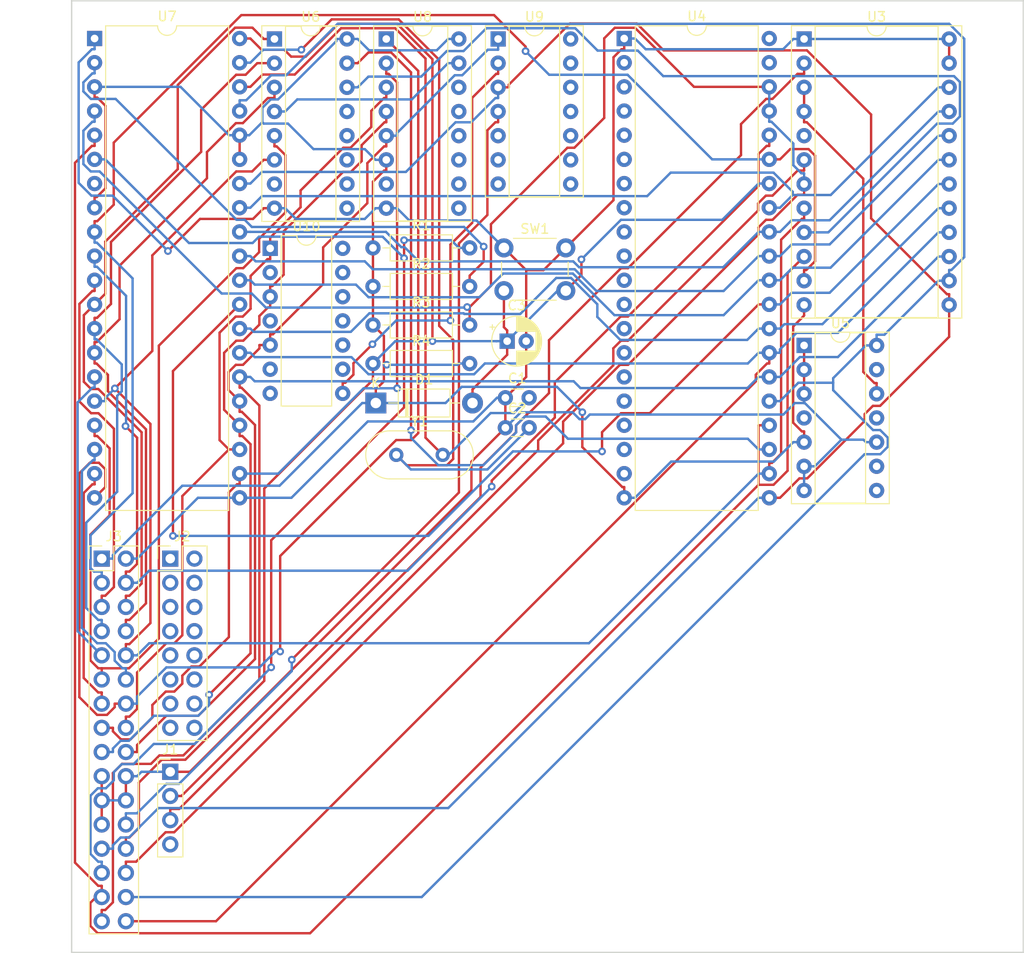
<source format=kicad_pcb>
(kicad_pcb (version 20221018) (generator pcbnew)
  (layers (0 "F.Cu" signal) (31 "B.Cu" signal) (34 "B.Paste" user) (35 "F.Paste" user) (36 "B.SilkS" user "B.Silkscreen") (37 "F.SilkS" user "F.Silkscreen") (38 "B.Mask" user) (39 "F.Mask" user) (44 "Edge.Cuts" user))
  (net 0 "")
  (net 1 "GND")
  (net 2 "Net-(U7-XTAL)")
  (net 3 "Net-(U7-EXTAL)")
  (net 4 "~{RESET}")
  (net 5 "+5V")
  (net 6 "~{NMI}")
  (net 7 "~{IRQ}")
  (net 8 "RX")
  (net 9 "TX")
  (net 10 "~{HALT}")
  (net 11 "CLK_{UART0}")
  (net 13 "~{CS_{UART0}}")
  (net 14 "PA0")
  (net 15 "PA1")
  (net 16 "PA2")
  (net 17 "D0")
  (net 18 "D1")
  (net 19 "D2")
  (net 20 "D3")
  (net 21 "D4")
  (net 22 "D5")
  (net 23 "D6")
  (net 24 "D7")
  (net 25 "~{CS^{13}_{0}}")
  (net 26 "PA3")
  (net 27 "~{R}")
  (net 28 "R{slash}~{W}")
  (net 29 "PA4")
  (net 30 "PA5")
  (net 31 "A12")
  (net 32 "A7")
  (net 33 "A6")
  (net 34 "A5")
  (net 35 "A4")
  (net 36 "A3")
  (net 37 "A2")
  (net 38 "A1")
  (net 39 "A0")
  (net 40 "~{CS_{ROM}}")
  (net 41 "A10")
  (net 42 "A11")
  (net 43 "A9")
  (net 44 "A8")
  (net 45 "A13")
  (net 46 "A14")
  (net 47 "~{CS^{13}_{1}}")
  (net 48 "VMA")
  (net 49 "E")
  (net 50 "BA")
  (net 51 "A15")
  (net 52 "PA6")
  (net 53 "PA7")
  (net 54 "PB0")
  (net 55 "PB1")
  (net 56 "PB2")
  (net 57 "PB3")
  (net 58 "PB4")
  (net 59 "PB5")
  (net 60 "PB6")
  (net 61 "PB7")
  (net 62 "PCB1")
  (net 63 "PCB2")
  (net 64 "~{CS_{PIA}}")
  (net 65 "PCA2")
  (net 66 "PCA1")
  (net 70 "~{CS^{13}_{H}}")
  (net 77 "~{CS^{13}_{6}}")
  (net 78 "~{CS^{13}_{5}}")
  (net 79 "~{CS^{13}_{4}}")
  (net 80 "~{CS^{13}_{3}}")
  (net 81 "~{CS^{13}_{2}}")
  (net 82 "Net-(U10-Pad2)")
  (net 83 "Net-(U10-Pad4)")
  (net 84 "Net-(U10-Pad6)")
  (net 85 "Net-(U10-Pad9)")
  (footprint "Connector_PinHeader_2.54mm:PinHeader_1x04_P2.54mm_Vertical" (layer "F.Cu") (at 109.6506 116.2502)
    (fp_text reference "J1")
    (fp_text value "UART connector")
  )
  (footprint "Capacitor_THT:C_Disc_D3.0mm_W1.6mm_P2.50mm" (layer "F.Cu") (at 144.8606 76.9502)
    (fp_text reference "C1")
    (fp_text value "27pF")
  )
  (footprint "Package_DIP:DIP-40_W15.24mm" (layer "F.Cu") (at 101.7006 39.2002)
    (fp_text reference "U7")
    (fp_text value "MC6802")
  )
  (footprint "Connector_PinHeader_2.54mm:PinHeader_2x16_P2.54mm_Vertical" (layer "F.Cu") (at 102.4506 93.8502)
    (fp_text reference "J3")
    (fp_text value "Conn_02x16_Counter_Clockwise")
  )
  (footprint "Package_DIP:DIP-24_W15.24mm_Socket" (layer "F.Cu") (at 176.2506 39.2502)
    (fp_text reference "U3")
    (fp_text value "MC68B50")
  )
  (footprint "Crystal:Crystal_HC49-U_Vertical" (layer "F.Cu") (at 133.4006 82.9502)
    (fp_text reference "Y1")
    (fp_text value "4MHz Crystal")
  )
  (footprint "Capacitor_THT:CP_Radial_D5.0mm_P2.00mm" (layer "F.Cu") (at 145.0504 71.0002)
    (fp_text reference "C3")
    (fp_text value "10uF")
  )
  (footprint "Package_DIP:DIP-16_W7.62mm_Socket" (layer "F.Cu") (at 132.3506 39.2502)
    (fp_text reference "U8")
    (fp_text value "74LS138")
  )
  (footprint "Diode_THT:D_DO-41_SOD81_P10.16mm_Horizontal" (layer "F.Cu") (at 131.2506 77.5002)
    (fp_text reference "D1")
    (fp_text value "1N5819")
  )
  (footprint "Resistor_THT:R_Axial_DIN0207_L6.3mm_D2.5mm_P10.16mm_Horizontal" (layer "F.Cu") (at 130.9506 65.2502)
    (fp_text reference "R2")
    (fp_text value "3.3k")
  )
  (footprint "Capacitor_THT:C_Disc_D3.0mm_W1.6mm_P2.50mm" (layer "F.Cu") (at 144.8606 80.1002)
    (fp_text reference "C2")
    (fp_text value "27pF")
  )
  (footprint "Resistor_THT:R_Axial_DIN0207_L6.3mm_D2.5mm_P10.16mm_Horizontal" (layer "F.Cu") (at 130.9506 61.2002)
    (fp_text reference "R1")
    (fp_text value "3.3k")
  )
  (footprint "Package_DIP:DIP-16_W7.62mm_Socket" (layer "F.Cu") (at 120.6006 39.2502)
    (fp_text reference "U6")
    (fp_text value "74LS138")
  )
  (footprint "Button_Switch_THT:SW_PUSH_6mm" (layer "F.Cu") (at 144.7106 61.2002)
    (fp_text reference "SW1")
    (fp_text value "Reset")
  )
  (footprint "Connector_PinHeader_2.54mm:PinHeader_2x08_P2.54mm_Vertical" (layer "F.Cu") (at 109.6506 93.8502)
    (fp_text reference "J2")
    (fp_text value "Conn_02x08_Row_Letter_First")
  )
  (footprint "Package_DIP:DIP-14_W7.62mm_Socket" (layer "F.Cu") (at 144.1006 39.2502)
    (fp_text reference "U9")
    (fp_text value "74LS04")
  )
  (footprint "Resistor_THT:R_Axial_DIN0207_L6.3mm_D2.5mm_P10.16mm_Horizontal" (layer "F.Cu") (at 130.9506 69.3002)
    (fp_text reference "R3")
    (fp_text value "3.3k")
  )
  (footprint "Package_DIP:DIP-14_W7.62mm_Socket" (layer "F.Cu") (at 176.2506 71.4502)
    (fp_text reference "U5")
    (fp_text value "74LS90")
  )
  (footprint "Package_DIP:DIP-40_W15.24mm" (layer "F.Cu") (at 157.3506 39.2002)
    (fp_text reference "U4")
    (fp_text value "6821")
  )
  (footprint "Package_DIP:DIP-14_W7.62mm" (layer "F.Cu") (at 120.1506 61.2502)
    (fp_text reference "U10")
    (fp_text value "74HC04")
  )
  (footprint "Resistor_THT:R_Axial_DIN0207_L6.3mm_D2.5mm_P10.16mm_Horizontal" (layer "F.Cu") (at 130.9506 73.3502)
    (fp_text reference "R4")
    (fp_text value "3.3k")
  )
  (gr_rect (start 99.2884 35.2296) (end 199.2884 135.2296) (stroke (width 0.15)) (fill none) (layer "Edge.Cuts"))
  (segment (start 157.0688 40.3271) (end 157.3506 40.3271) (width 0.25) (layer "F.Cu") (net 1))
  (segment (start 144.8606 80.1002) (end 141.2964 83.6644) (width 0.25) (layer "F.Cu") (net 1))
  (segment (start 102.4506 119.2502) (end 102.4506 116.7102) (width 0.25) (layer "F.Cu") (net 1))
  (segment (start 191.4906 39.2502) (end 191.4906 41.7902) (width 0.25) (layer "F.Cu") (net 1))
  (segment (start 119.4737 57.0302) (end 118.3468 58.1571) (width 0.25) (layer "F.Cu") (net 1))
  (segment (start 118.3468 58.1571) (end 112.7775 58.1571) (width 0.25) (layer "F.Cu") (net 1))
  (segment (start 156.2237 56.1871) (end 156.2237 41.1722) (width 0.25) (layer "F.Cu") (net 1))
  (segment (start 141.2964 86.6693) (end 111.7155 116.2502) (width 0.25) (layer "F.Cu") (net 1))
  (segment (start 120.6006 57.0302) (end 119.4737 57.0302) (width 0.25) (layer "F.Cu") (net 1))
  (segment (start 148.8708 63.54) (end 151.2106 61.2002) (width 0.25) (layer "F.Cu") (net 1))
  (segment (start 104.9906 119.2502) (end 104.9906 116.7102) (width 0.25) (layer "F.Cu") (net 1))
  (segment (start 111.7155 116.2502) (end 109.6506 116.2502) (width 0.25) (layer "F.Cu") (net 1))
  (segment (start 147.0504 63.54) (end 148.8708 63.54) (width 0.25) (layer "F.Cu") (net 1))
  (segment (start 156.2237 41.1722) (end 157.0688 40.3271) (width 0.25) (layer "F.Cu") (net 1))
  (segment (start 151.2106 61.2002) (end 156.2237 56.1871) (width 0.25) (layer "F.Cu") (net 1))
  (segment (start 144.8606 80.1002) (end 144.8606 76.9502) (width 0.25) (layer "F.Cu") (net 1))
  (segment (start 144.8606 76.9502) (end 147.0504 74.7604) (width 0.25) (layer "F.Cu") (net 1))
  (segment (start 147.0504 74.7604) (end 147.0504 71.0002) (width 0.25) (layer "F.Cu") (net 1))
  (segment (start 157.3506 39.2002) (end 157.3506 40.3271) (width 0.25) (layer "F.Cu") (net 1))
  (segment (start 147.0504 63.54) (end 144.7106 61.2002) (width 0.25) (layer "F.Cu") (net 1))
  (segment (start 176.2506 76.5302) (end 176.2506 73.9902) (width 0.25) (layer "F.Cu") (net 1))
  (segment (start 147.0504 71.0002) (end 147.0504 63.54) (width 0.25) (layer "F.Cu") (net 1))
  (segment (start 141.2964 83.6644) (end 141.2964 86.6693) (width 0.25) (layer "F.Cu") (net 1))
  (segment (start 112.7775 58.1571) (end 109.4073 61.5273) (width 0.25) (layer "F.Cu") (net 1))
  (segment (start 102.4506 121.7902) (end 102.4506 119.2502) (width 0.25) (layer "F.Cu") (net 1))
  (segment (start 176.2506 73.9902) (end 176.2506 71.4502) (width 0.25) (layer "F.Cu") (net 1))
  (via (at 109.4073 61.5273) (size 0.8) (drill 0.4) (layers "F.Cu" "B.Cu") (net 1))
  (segment (start 143.9785 76.9502) (end 141.4916 79.4371) (width 0.25) (layer "B.Cu") (net 1))
  (segment (start 176.2506 39.2502) (end 175.1237 39.2502) (width 0.25) (layer "B.Cu") (net 1))
  (segment (start 103.5902 55.7102) (end 101.3641 55.7102) (width 0.25) (layer "B.Cu") (net 1))
  (segment (start 106.1675 116.7102) (end 106.6275 116.2502) (width 0.25) (layer "B.Cu") (net 1))
  (segment (start 159.6044 40.3271) (end 158.4775 39.2002) (width 0.25) (layer "B.Cu") (net 1))
  (segment (start 146.4901 78.4707) (end 151.9241 78.4707) (width 0.25) (layer "B.Cu") (net 1))
  (segment (start 175.1237 39.2502) (end 174.0468 40.3271) (width 0.25) (layer "B.Cu") (net 1))
  (segment (start 174.0468 40.3271) (end 159.6044 40.3271) (width 0.25) (layer "B.Cu") (net 1))
  (segment (start 176.2506 86.6902) (end 176.2506 85.5633) (width 0.25) (layer "B.Cu") (net 1))
  (segment (start 157.3506 39.2002) (end 158.4775 39.2002) (width 0.25) (layer "B.Cu") (net 1))
  (segment (start 176.2506 77.5041) (end 176.2506 76.5302) (width 0.25) (layer "B.Cu") (net 1))
  (segment (start 120.6006 57.0302) (end 121.7275 57.0302) (width 0.25) (layer "B.Cu") (net 1))
  (segment (start 153.2495 79.194) (end 153.7333 78.7102) (width 0.25) (layer "B.Cu") (net 1))
  (segment (start 152.6474 79.194) (end 153.2495 79.194) (width 0.25) (layer "B.Cu") (net 1))
  (segment (start 141.8334 58.323) (end 134.7703 58.323) (width 0.25) (layer "B.Cu") (net 1))
  (segment (start 101.3641 55.7102) (end 100.0266 54.3727) (width 0.25) (layer "B.Cu") (net 1))
  (segment (start 182.7437 81.6102) (end 182.4862 81.3527) (width 0.25) (layer "B.Cu") (net 1))
  (segment (start 180.175 81.3527) (end 177.3775 84.1502) (width 0.25) (layer "B.Cu") (net 1))
  (segment (start 116.9406 87.4602) (end 115.8137 87.4602) (width 0.25) (layer "B.Cu") (net 1))
  (segment (start 132.3506 57.0302) (end 131.2237 57.0302) (width 0.25) (layer "B.Cu") (net 1))
  (segment (start 183.8706 81.6102) (end 182.7437 81.6102) (width 0.25) (layer "B.Cu") (net 1))
  (segment (start 191.4906 39.2502) (end 176.2506 39.2502) (width 0.25) (layer "B.Cu") (net 1))
  (segment (start 144.8606 80.1002) (end 146.4901 78.4707) (width 0.25) (layer "B.Cu") (net 1))
  (segment (start 182.4862 81.3527) (end 180.175 81.3527) (width 0.25) (layer "B.Cu") (net 1))
  (segment (start 176.2506 84.1502) (end 176.2506 85.5633) (width 0.25) (layer "B.Cu") (net 1))
  (segment (start 175.2767 77.5041) (end 176.2506 77.5041) (width 0.25) (layer "B.Cu") (net 1))
  (segment (start 134.7703 58.323) (end 133.4775 57.0302) (width 0.25) (layer "B.Cu") (net 1))
  (segment (start 100.0266 41.7194) (end 101.4189 40.3271) (width 0.25) (layer "B.Cu") (net 1))
  (segment (start 144.8606 76.9502) (end 143.9785 76.9502) (width 0.25) (layer "B.Cu") (net 1))
  (segment (start 130.0908 58.1631) (end 122.8604 58.1631) (width 0.25) (layer "B.Cu") (net 1))
  (segment (start 176.3263 77.5041) (end 180.175 81.3527) (width 0.25) (layer "B.Cu") (net 1))
  (segment (start 104.9906 93.8502) (end 106.1675 93.8502) (width 0.25) (layer "B.Cu") (net 1))
  (segment (start 104.9906 119.2502) (end 102.4506 119.2502) (width 0.25) (layer "B.Cu") (net 1))
  (segment (start 141.4916 79.4371) (end 130.4054 79.4371) (width 0.25) (layer "B.Cu") (net 1))
  (segment (start 122.3823 87.4602) (end 116.9406 87.4602) (width 0.25) (layer "B.Cu") (net 1))
  (segment (start 122.8604 58.1631) (end 121.7275 57.0302) (width 0.25) (layer "B.Cu") (net 1))
  (segment (start 144.7106 61.2002) (end 141.8334 58.323) (width 0.25) (layer "B.Cu") (net 1))
  (segment (start 106.1675 93.8502) (end 112.5575 87.4602) (width 0.25) (layer "B.Cu") (net 1))
  (segment (start 176.2506 77.5041) (end 176.3263 77.5041) (width 0.25) (layer "B.Cu") (net 1))
  (segment (start 100.0266 54.3727) (end 100.0266 41.7194) (width 0.25) (layer "B.Cu") (net 1))
  (segment (start 101.7006 39.2002) (end 101.7006 40.3271) (width 0.25) (layer "B.Cu") (net 1))
  (segment (start 106.6275 116.2502) (end 109.6506 116.2502) (width 0.25) (layer "B.Cu") (net 1))
  (segment (start 101.4189 40.3271) (end 101.7006 40.3271) (width 0.25) (layer "B.Cu") (net 1))
  (segment (start 109.4073 61.5273) (end 103.5902 55.7102) (width 0.25) (layer "B.Cu") (net 1))
  (segment (start 176.2506 84.1502) (end 177.3775 84.1502) (width 0.25) (layer "B.Cu") (net 1))
  (segment (start 151.9241 78.4707) (end 152.6474 79.194) (width 0.25) (layer "B.Cu") (net 1))
  (segment (start 132.3506 57.0302) (end 133.4775 57.0302) (width 0.25) (layer "B.Cu") (net 1))
  (segment (start 131.2237 57.0302) (end 130.0908 58.1631) (width 0.25) (layer "B.Cu") (net 1))
  (segment (start 112.5575 87.4602) (end 115.8137 87.4602) (width 0.25) (layer "B.Cu") (net 1))
  (segment (start 130.4054 79.4371) (end 122.3823 87.4602) (width 0.25) (layer "B.Cu") (net 1))
  (segment (start 104.9906 116.7102) (end 106.1675 116.7102) (width 0.25) (layer "B.Cu") (net 1))
  (segment (start 153.7333 78.7102) (end 174.0706 78.7102) (width 0.25) (layer "B.Cu") (net 1))
  (segment (start 174.0706 78.7102) (end 175.2767 77.5041) (width 0.25) (layer "B.Cu") (net 1))
  (segment (start 133.2862 38.1233) (end 136.4724 41.3095) (width 0.25) (layer "F.Cu") (net 2))
  (segment (start 136.4724 41.3095) (end 136.4724 81.142) (width 0.25) (layer "F.Cu") (net 2))
  (segment (start 127.5991 38.1233) (end 133.2862 38.1233) (width 0.25) (layer "F.Cu") (net 2))
  (segment (start 116.9406 44.2802) (end 118.0675 44.2802) (width 0.25) (layer "F.Cu") (net 2))
  (segment (start 119.3599 42.9878) (end 122.7346 42.9878) (width 0.25) (layer "F.Cu") (net 2))
  (segment (start 118.0675 44.2802) (end 119.3599 42.9878) (width 0.25) (layer "F.Cu") (net 2))
  (segment (start 136.4724 81.142) (end 138.2806 82.9502) (width 0.25) (layer "F.Cu") (net 2))
  (segment (start 122.7346 42.9878) (end 127.5991 38.1233) (width 0.25) (layer "F.Cu") (net 2))
  (segment (start 138.9218 82.9502) (end 138.2806 82.9502) (width 0.25) (layer "B.Cu") (net 2))
  (segment (start 143.3177 78.5543) (end 138.9218 82.9502) (width 0.25) (layer "B.Cu") (net 2))
  (segment (start 147.3606 76.9502) (end 145.7565 78.5543) (width 0.25) (layer "B.Cu") (net 2))
  (segment (start 145.7565 78.5543) (end 143.3177 78.5543) (width 0.25) (layer "B.Cu") (net 2))
  (segment (start 138.72 84.0391) (end 134.4895 84.0391) (width 0.25) (layer "F.Cu") (net 3))
  (segment (start 137.9075 41.4447) (end 137.9075 69.3982) (width 0.25) (layer "F.Cu") (net 3))
  (segment (start 137.9075 69.3982) (end 139.3794 70.8701) (width 0.25) (layer "F.Cu") (net 3))
  (segment (start 139.3794 83.3797) (end 138.72 84.0391) (width 0.25) (layer "F.Cu") (net 3))
  (segment (start 139.3794 70.8701) (end 139.3794 83.3797) (width 0.25) (layer "F.Cu") (net 3))
  (segment (start 133.6532 37.1904) (end 137.9075 41.4447) (width 0.25) (layer "F.Cu") (net 3))
  (segment (start 134.4895 84.0391) (end 133.4006 82.9502) (width 0.25) (layer "F.Cu") (net 3))
  (segment (start 123.4273 40.3755) (end 126.6124 37.1904) (width 0.25) (layer "F.Cu") (net 3))
  (segment (start 126.6124 37.1904) (end 133.6532 37.1904) (width 0.25) (layer "F.Cu") (net 3))
  (via (at 123.4273 40.3755) (size 0.8) (drill 0.4) (layers "F.Cu" "B.Cu") (net 3))
  (segment (start 142.9784 84.4824) (end 134.9328 84.4824) (width 0.25) (layer "B.Cu") (net 3))
  (segment (start 123.4257 40.3771) (end 123.4273 40.3755) (width 0.25) (layer "B.Cu") (net 3))
  (segment (start 147.3606 80.1002) (end 142.9784 84.4824) (width 0.25) (layer "B.Cu") (net 3))
  (segment (start 119.4306 40.3771) (end 123.4257 40.3771) (width 0.25) (layer "B.Cu") (net 3))
  (segment (start 116.9406 41.7402) (end 118.0675 41.7402) (width 0.25) (layer "B.Cu") (net 3))
  (segment (start 118.0675 41.7402) (end 119.4306 40.3771) (width 0.25) (layer "B.Cu") (net 3))
  (segment (start 134.9328 84.4824) (end 133.4006 82.9502) (width 0.25) (layer "B.Cu") (net 3))
  (segment (start 141.4106 76.0733) (end 145.0504 72.4335) (width 0.25) (layer "F.Cu") (net 4))
  (segment (start 116.9406 39.2002) (end 118.0675 39.2002) (width 0.25) (layer "F.Cu") (net 4))
  (segment (start 108.7573 114.9812) (end 106.3552 117.3833) (width 0.25) (layer "F.Cu") (net 4))
  (segment (start 118.0675 39.2002) (end 119.2444 40.3771) (width 0.25) (layer "F.Cu") (net 4))
  (segment (start 145.0504 71.0002) (end 145.0504 69.8733) (width 0.25) (layer "F.Cu") (net 4))
  (segment (start 141.4106 77.5002) (end 141.4106 76.0733) (width 0.25) (layer "F.Cu") (net 4))
  (segment (start 130.9506 75.0634) (end 119.5302 86.4838) (width 0.25) (layer "F.Cu") (net 4))
  (segment (start 133.4675 37.6438) (end 137.1993 41.3756) (width 0.25) (layer "F.Cu") (net 4))
  (segment (start 152.8537 64.0571) (end 152.8537 62.4108) (width 0.25) (layer "F.Cu") (net 4))
  (segment (start 137.1993 41.3756) (end 137.1993 71.0003) (width 0.25) (layer "F.Cu") (net 4))
  (segment (start 151.2106 65.7002) (end 152.8537 64.0571) (width 0.25) (layer "F.Cu") (net 4))
  (segment (start 106.3552 117.3833) (end 106.3552 122.1545) (width 0.25) (layer "F.Cu") (net 4))
  (segment (start 145.0504 69.8733) (end 144.7106 69.5335) (width 0.25) (layer "F.Cu") (net 4))
  (segment (start 130.9506 73.3502) (end 130.9506 75.0634) (width 0.25) (layer "F.Cu") (net 4))
  (segment (start 127.3396 37.6438) (end 133.4675 37.6438) (width 0.25) (layer "F.Cu") (net 4))
  (segment (start 111.2359 114.9812) (end 108.7573 114.9812) (width 0.25) (layer "F.Cu") (net 4))
  (segment (start 119.5302 106.6869) (end 111.2359 114.9812) (width 0.25) (layer "F.Cu") (net 4))
  (segment (start 106.3552 122.1545) (end 105.3564 123.1533) (width 0.25) (layer "F.Cu") (net 4))
  (segment (start 123.8806 41.1028) (end 127.3396 37.6438) (width 0.25) (layer "F.Cu") (net 4))
  (segment (start 119.2444 40.3771) (end 121.6273 40.3771) (width 0.25) (layer "F.Cu") (net 4))
  (segment (start 122.353 41.1028) (end 123.8806 41.1028) (width 0.25) (layer "F.Cu") (net 4))
  (segment (start 121.6273 40.3771) (end 122.353 41.1028) (width 0.25) (layer "F.Cu") (net 4))
  (segment (start 105.3564 123.1533) (end 104.9906 123.1533) (width 0.25) (layer "F.Cu") (net 4))
  (segment (start 119.5302 86.4838) (end 119.5302 106.6869) (width 0.25) (layer "F.Cu") (net 4))
  (segment (start 144.7106 69.5335) (end 144.7106 65.7002) (width 0.25) (layer "F.Cu") (net 4))
  (segment (start 145.0504 72.4335) (end 145.0504 71.0002) (width 0.25) (layer "F.Cu") (net 4))
  (segment (start 104.9906 124.3302) (end 104.9906 123.1533) (width 0.25) (layer "F.Cu") (net 4))
  (via (at 137.1993 71.0003) (size 0.8) (drill 0.4) (layers "F.Cu" "B.Cu") (net 4))
  (via (at 152.8537 62.4108) (size 0.8) (drill 0.4) (layers "F.Cu" "B.Cu") (net 4))
  (segment (start 167.6537 58.2502) (end 171.4637 54.4402) (width 0.25) (layer "B.Cu") (net 4))
  (segment (start 151.2106 65.7002) (end 150.3504 65.7002) (width 0.25) (layer "B.Cu") (net 4))
  (segment (start 137.1993 71.0003) (end 143.9235 71.0003) (width 0.25) (layer "B.Cu") (net 4))
  (segment (start 130.9506 73.3502) (end 133.3004 71.0004) (width 0.25) (layer "B.Cu") (net 4))
  (segment (start 143.9235 71.0003) (end 143.9235 71.0002) (width 0.25) (layer "B.Cu") (net 4))
  (segment (start 133.3004 71.0004) (end 137.1993 71.0004) (width 0.25) (layer "B.Cu") (net 4))
  (segment (start 150.3504 65.7002) (end 145.0504 71.0002) (width 0.25) (layer "B.Cu") (net 4))
  (segment (start 157.0143 58.2502) (end 167.6537 58.2502) (width 0.25) (layer "B.Cu") (net 4))
  (segment (start 152.8537 62.4108) (end 157.0143 58.2502) (width 0.25) (layer "B.Cu") (net 4))
  (segment (start 172.5906 54.4402) (end 171.4637 54.4402) (width 0.25) (layer "B.Cu") (net 4))
  (segment (start 137.1993 71.0004) (end 137.1993 71.0003) (width 0.25) (layer "B.Cu") (net 4))
  (segment (start 145.0504 71.0002) (end 143.9235 71.0002) (width 0.25) (layer "B.Cu") (net 4))
  (segment (start 130.9506 61.2002) (end 130.9506 65.2502) (width 0.25) (layer "F.Cu") (net 5))
  (segment (start 176.2506 81.6102) (end 176.2506 80.4833) (width 0.25) (layer "F.Cu") (net 5))
  (segment (start 176.2506 67.1902) (end 176.2506 68.3171) (width 0.25) (layer "F.Cu") (net 5))
  (segment (start 132.0987 73.483) (end 132.3926 73.483) (width 0.25) (layer "F.Cu") (net 5))
  (segment (start 176.0171 80.4833) (end 176.2506 80.4833) (width 0.25) (layer "F.Cu") (net 5))
  (segment (start 175.1012 69.4665) (end 175.1012 79.5674) (width 0.25) (layer "F.Cu") (net 5))
  (segment (start 175.1012 79.5674) (end 176.0171 80.4833) (width 0.25) (layer "F.Cu") (net 5))
  (segment (start 132.1171 53.0771) (end 132.3506 53.0771) (width 0.25) (layer "F.Cu") (net 5))
  (segment (start 132.0987 70.4483) (end 132.0987 73.483) (width 0.25) (layer "F.Cu") (net 5))
  (segment (start 132.0987 73.483) (end 132.0987 75.2252) (width 0.25) (layer "F.Cu") (net 5))
  (segment (start 131.2506 77.5002) (end 131.2506 76.0733) (width 0.25) (layer "F.Cu") (net 5))
  (segment (start 101.7006 44.2802) (end 101.7006 45.4071) (width 0.25) (layer "F.Cu") (net 5))
  (segment (start 101.9823 45.4071) (end 102.85 46.2748) (width 0.25) (layer "F.Cu") (net 5))
  (segment (start 102.85 46.2748) (end 102.85 54.9374) (width 0.25) (layer "F.Cu") (net 5))
  (segment (start 157.3506 86.3333) (end 157.15 86.3333) (width 0.25) (layer "F.Cu") (net 5))
  (segment (start 157.15 86.3333) (end 152.9484 82.1317) (width 0.25) (layer "F.Cu") (net 5))
  (segment (start 130.9506 69.3002) (end 130.9506 65.2502) (width 0.25) (layer "F.Cu") (net 5))
  (segment (start 130.9506 61.2002) (end 130.9506 54.2436) (width 0.25) (layer "F.Cu") (net 5))
  (segment (start 102.85 54.9374) (end 101.9341 55.8533) (width 0.25) (layer "F.Cu") (net 5))
  (segment (start 176.2506 68.3171) (end 175.1012 69.4665) (width 0.25) (layer "F.Cu") (net 5))
  (segment (start 116.9406 49.3602) (end 116.9406 51.9002) (width 0.25) (layer "F.Cu") (net 5))
  (segment (start 157.3506 87.4602) (end 157.3506 86.3333) (width 0.25) (layer "F.Cu") (net 5))
  (segment (start 101.7006 56.9802) (end 101.7006 55.8533) (width 0.25) (layer "F.Cu") (net 5))
  (segment (start 101.9341 55.8533) (end 101.7006 55.8533) (width 0.25) (layer "F.Cu") (net 5))
  (segment (start 132.0987 75.2252) (end 131.2506 76.0733) (width 0.25) (layer "F.Cu") (net 5))
  (segment (start 132.3506 51.9502) (end 132.3506 53.0771) (width 0.25) (layer "F.Cu") (net 5))
  (segment (start 101.7006 45.4071) (end 101.9823 45.4071) (width 0.25) (layer "F.Cu") (net 5))
  (segment (start 130.9506 69.3002) (end 132.0987 70.4483) (width 0.25) (layer "F.Cu") (net 5))
  (segment (start 130.9506 54.2436) (end 132.1171 53.0771) (width 0.25) (layer "F.Cu") (net 5))
  (segment (start 152.9484 82.1317) (end 152.9484 78.4671) (width 0.25) (layer "F.Cu") (net 5))
  (via (at 132.3926 73.483) (size 0.8) (drill 0.4) (layers "F.Cu" "B.Cu") (net 5))
  (via (at 152.9484 78.4671) (size 0.8) (drill 0.4) (layers "F.Cu" "B.Cu") (net 5))
  (segment (start 140.276 75.8018) (end 150.2831 75.8018) (width 0.25) (layer "B.Cu") (net 5))
  (segment (start 119.3247 47.9896) (end 119.3247 46.4858) (width 0.25) (layer "B.Cu") (net 5))
  (segment (start 128.2206 39.2502) (end 127.0937 39.2502) (width 0.25) (layer "B.Cu") (net 5))
  (segment (start 132.3506 51.9502) (end 131.2237 51.9502) (width 0.25) (layer "B.Cu") (net 5))
  (segment (start 141.1106 73.3502) (end 139.9837 73.3502) (width 0.25) (layer "B.Cu") (net 5))
  (segment (start 139.9837 73.3502) (end 139.8509 73.483) (width 0.25) (layer "B.Cu") (net 5))
  (segment (start 157.3506 87.4602) (end 158.4775 87.4602) (width 0.25) (layer "B.Cu") (net 5))
  (segment (start 131.2237 51.9502) (end 130.0968 50.8233) (width 0.25) (layer "B.Cu") (net 5))
  (segment (start 162.2874 83.6503) (end 173.0836 83.6503) (width 0.25) (layer "B.Cu") (net 5))
  (segment (start 122.0198 48.1402) (end 119.4753 48.1402) (width 0.25) (layer "B.Cu") (net 5))
  (segment (start 173.0836 83.6503) (end 175.1237 81.6102) (width 0.25) (layer "B.Cu") (net 5))
  (segment (start 119.3247 46.4858) (end 120.2103 45.6002) (width 0.25) (layer "B.Cu") (net 5))
  (segment (start 110.7337 44.2802) (end 115.8137 49.3602) (width 0.25) (layer "B.Cu") (net 5))
  (segment (start 121.1337 86.1902) (end 110.9197 86.1902) (width 0.25) (layer "B.Cu") (net 5))
  (segment (start 138.8437 39.2502) (end 137.6531 40.4408) (width 0.25) (layer "B.Cu") (net 5))
  (segment (start 127.0937 39.4837) (end 127.0937 39.2502) (width 0.25) (layer "B.Cu") (net 5))
  (segment (start 139.9706 39.2502) (end 138.8437 39.2502) (width 0.25) (layer "B.Cu") (net 5))
  (segment (start 128.2206 39.2502) (end 129.3475 39.2502) (width 0.25) (layer "B.Cu") (net 5))
  (segment (start 131.2506 77.5002) (end 129.8237 77.5002) (width 0.25) (layer "B.Cu") (net 5))
  (segment (start 130.0968 50.8233) (end 124.7029 50.8233) (width 0.25) (layer "B.Cu") (net 5))
  (segment (start 129.8237 77.5002) (end 121.1337 86.1902) (width 0.25) (layer "B.Cu") (net 5))
  (segment (start 120.9772 45.6002) (end 127.0937 39.4837) (width 0.25) (layer "B.Cu") (net 5))
  (segment (start 137.6531 40.4408) (end 130.5381 40.4408) (width 0.25) (layer "B.Cu") (net 5))
  (segment (start 101.7006 44.2802) (end 110.7337 44.2802) (width 0.25) (layer "B.Cu") (net 5))
  (segment (start 138.5776 77.5002) (end 140.276 75.8018) (width 0.25) (layer "B.Cu") (net 5))
  (segment (start 119.4753 48.1402) (end 119.3247 47.9896) (width 0.25) (layer "B.Cu") (net 5))
  (segment (start 103.6275 93.4824) (end 103.6275 93.8502) (width 0.25) (layer "B.Cu") (net 5))
  (segment (start 120.2103 45.6002) (end 120.9772 45.6002) (width 0.25) (layer "B.Cu") (net 5))
  (segment (start 158.4775 87.4602) (end 162.2874 83.6503) (width 0.25) (layer "B.Cu") (net 5))
  (segment (start 124.7029 50.8233) (end 122.0198 48.1402) (width 0.25) (layer "B.Cu") (net 5))
  (segment (start 116.9406 49.3602) (end 117.9541 49.3602) (width 0.25) (layer "B.Cu") (net 5))
  (segment (start 150.2831 75.8018) (end 152.9484 78.4671) (width 0.25) (layer "B.Cu") (net 5))
  (segment (start 102.4506 93.8502) (end 103.6275 93.8502) (width 0.25) (layer "B.Cu") (net 5))
  (segment (start 110.9197 86.1902) (end 103.6275 93.4824) (width 0.25) (layer "B.Cu") (net 5))
  (segment (start 176.2506 81.6102) (end 175.1237 81.6102) (width 0.25) (layer "B.Cu") (net 5))
  (segment (start 116.9406 49.3602) (end 115.8137 49.3602) (width 0.25) (layer "B.Cu") (net 5))
  (segment (start 139.8509 73.483) (end 132.3926 73.483) (width 0.25) (layer "B.Cu") (net 5))
  (segment (start 130.5381 40.4408) (end 129.3475 39.2502) (width 0.25) (layer "B.Cu") (net 5))
  (segment (start 117.9541 49.3602) (end 119.3247 47.9896) (width 0.25) (layer "B.Cu") (net 5))
  (segment (start 131.2506 77.5002) (end 138.5776 77.5002) (width 0.25) (layer "B.Cu") (net 5))
  (segment (start 134.2201 60.3927) (end 134.2201 62.2806) (width 0.25) (layer "F.Cu") (net 6))
  (segment (start 134.2201 62.2806) (end 134.2201 77.9605) (width 0.25) (layer "F.Cu") (net 6))
  (segment (start 120.2571 91.9235) (end 120.2571 105.2756) (width 0.25) (layer "F.Cu") (net 6))
  (segment (start 134.2201 77.9605) (end 120.2571 91.9235) (width 0.25) (layer "F.Cu") (net 6))
  (via (at 120.2571 105.2756) (size 0.8) (drill 0.4) (layers "F.Cu" "B.Cu") (net 6))
  (via (at 134.2201 60.3927) (size 0.8) (drill 0.4) (layers "F.Cu" "B.Cu") (net 6))
  (via (at 134.2201 62.2806) (size 0.8) (drill 0.4) (layers "F.Cu" "B.Cu") (net 6))
  (segment (start 105.8006 115.4402) (end 107.9152 113.3256) (width 0.25) (layer "B.Cu") (net 6))
  (segment (start 118.9731 60.0227) (end 131.9622 60.0227) (width 0.25) (layer "B.Cu") (net 6))
  (segment (start 141.1106 61.2002) (end 139.9837 61.2002) (width 0.25) (layer "B.Cu") (net 6))
  (segment (start 111.615 60.6877) (end 118.3081 60.6877) (width 0.25) (layer "B.Cu") (net 6))
  (segment (start 107.9152 113.3256) (end 112.2071 113.3256) (width 0.25) (layer "B.Cu") (net 6))
  (segment (start 102.0416 117.9802) (end 102.8815 117.9802) (width 0.25) (layer "B.Cu") (net 6))
  (segment (start 131.9622 60.0227) (end 134.2201 62.2806) (width 0.25) (layer "B.Cu") (net 6))
  (segment (start 102.8815 117.9802) (end 103.7206 117.1411) (width 0.25) (layer "B.Cu") (net 6))
  (segment (start 112.2071 113.3256) (end 120.2571 105.2756) (width 0.25) (layer "B.Cu") (net 6))
  (segment (start 102.0827 125.6933) (end 101.2737 124.8843) (width 0.25) (layer "B.Cu") (net 6))
  (segment (start 103.7206 117.1411) (end 103.7206 116.2793) (width 0.25) (layer "B.Cu") (net 6))
  (segment (start 103.7206 116.2793) (end 104.5597 115.4402) (width 0.25) (layer "B.Cu") (net 6))
  (segment (start 101.2737 118.7481) (end 102.0416 117.9802) (width 0.25) (layer "B.Cu") (net 6))
  (segment (start 102.4506 126.8702) (end 102.4506 125.6933) (width 0.25) (layer "B.Cu") (net 6))
  (segment (start 118.3081 60.6877) (end 118.9731 60.0227) (width 0.25) (layer "B.Cu") (net 6))
  (segment (start 104.5597 115.4402) (end 105.8006 115.4402) (width 0.25) (layer "B.Cu") (net 6))
  (segment (start 101.2737 124.8843) (end 101.2737 118.7481) (width 0.25) (layer "B.Cu") (net 6))
  (segment (start 101.7006 51.9002) (end 102.8275 51.9002) (width 0.25) (layer "B.Cu") (net 6))
  (segment (start 139.9837 61.2002) (end 139.1762 60.3927) (width 0.25) (layer "B.Cu") (net 6))
  (segment (start 102.4506 125.6933) (end 102.0827 125.6933) (width 0.25) (layer "B.Cu") (net 6))
  (segment (start 139.1762 60.3927) (end 134.2201 60.3927) (width 0.25) (layer "B.Cu") (net 6))
  (segment (start 102.8275 51.9002) (end 111.615 60.6877) (width 0.25) (layer "B.Cu") (net 6))
  (segment (start 141.1106 67.4168) (end 140.845 67.4168) (width 0.25) (layer "F.Cu") (net 7))
  (segment (start 156.3585 38.0733) (end 158.4744 38.0733) (width 0.25) (layer "F.Cu") (net 7))
  (segment (start 155.2486 47.5441) (end 155.2486 39.1832) (width 0.25) (layer "F.Cu") (net 7))
  (segment (start 172.2485 58.2502) (end 172.9344 58.2502) (width 0.25) (layer "F.Cu") (net 7))
  (segment (start 171.4484 59.0503) (end 172.2485 58.2502) (width 0.25) (layer "F.Cu") (net 7))
  (segment (start 155.2486 39.1832) (end 156.3585 38.0733) (width 0.25) (layer "F.Cu") (net 7))
  (segment (start 171.4484 59.7943) (end 171.4484 59.0503) (width 0.25) (layer "F.Cu") (net 7))
  (segment (start 143.3477 58.7116) (end 151.3791 50.6802) (width 0.25) (layer "F.Cu") (net 7))
  (segment (start 143.3477 65.1797) (end 143.3477 58.7116) (width 0.25) (layer "F.Cu") (net 7))
  (segment (start 164.6813 44.2802) (end 172.5906 44.2802) (width 0.25) (layer "F.Cu") (net 7))
  (segment (start 110.0688 122.6002) (end 150.9301 81.7389) (width 0.25) (layer "F.Cu") (net 7))
  (segment (start 158.4744 38.0733) (end 164.6813 44.2802) (width 0.25) (layer "F.Cu") (net 7))
  (segment (start 106.0684 125.6933) (end 109.1615 122.6002) (width 0.25) (layer "F.Cu") (net 7))
  (segment (start 172.9344 58.2502) (end 175.5675 55.6171) (width 0.25) (layer "F.Cu") (net 7))
  (segment (start 156.8945 73.4902) (end 157.7525 73.4902) (width 0.25) (layer "F.Cu") (net 7))
  (segment (start 141.1106 67.4168) (end 143.3477 65.1797) (width 0.25) (layer "F.Cu") (net 7))
  (segment (start 157.7525 73.4902) (end 171.4484 59.7943) (width 0.25) (layer "F.Cu") (net 7))
  (segment (start 104.9906 126.8702) (end 104.9906 125.6933) (width 0.25) (layer "F.Cu") (net 7))
  (segment (start 151.3791 50.6802) (end 152.1125 50.6802) (width 0.25) (layer "F.Cu") (net 7))
  (segment (start 176.2506 54.4902) (end 176.2506 55.6171) (width 0.25) (layer "F.Cu") (net 7))
  (segment (start 141.1106 68.1733) (end 141.1106 67.4168) (width 0.25) (layer "F.Cu") (net 7))
  (segment (start 150.9301 79.4546) (end 156.8945 73.4902) (width 0.25) (layer "F.Cu") (net 7))
  (segment (start 152.1125 50.6802) (end 155.2486 47.5441) (width 0.25) (layer "F.Cu") (net 7))
  (segment (start 175.5675 55.6171) (end 176.2506 55.6171) (width 0.25) (layer "F.Cu") (net 7))
  (segment (start 104.9906 125.6933) (end 106.0684 125.6933) (width 0.25) (layer "F.Cu") (net 7))
  (segment (start 150.9301 81.7389) (end 150.9301 79.4546) (width 0.25) (layer "F.Cu") (net 7))
  (segment (start 109.1615 122.6002) (end 110.0688 122.6002) (width 0.25) (layer "F.Cu") (net 7))
  (segment (start 141.1106 69.3002) (end 141.1106 68.1733) (width 0.25) (layer "F.Cu") (net 7))
  (via (at 140.845 67.4168) (size 0.8) (drill 0.4) (layers "F.Cu" "B.Cu") (net 7))
  (segment (start 172.5906 46.8202) (end 172.5906 47.9471) (width 0.25) (layer "B.Cu") (net 7))
  (segment (start 140.7895 67.4723) (end 119.6901 67.4723) (width 0.25) (layer "B.Cu") (net 7))
  (segment (start 101.4671 47.9471) (end 101.7006 47.9471) (width 0.25) (layer "B.Cu") (net 7))
  (segment (start 176.2506 53.3633) (end 175.9688 53.3633) (width 0.25) (layer "B.Cu") (net 7))
  (segment (start 172.5906 44.2802) (end 172.5906 46.8202) (width 0.25) (layer "B.Cu") (net 7))
  (segment (start 101.7006 46.8202) (end 101.7006 47.9471) (width 0.25) (layer "B.Cu") (net 7))
  (segment (start 176.2506 54.4902) (end 176.2506 53.3633) (width 0.25) (layer "B.Cu") (net 7))
  (segment (start 175.9688 53.3633) (end 175.1237 52.5182) (width 0.25) (layer "B.Cu") (net 7))
  (segment (start 118.2129 65.9951) (end 115.0557 65.9951) (width 0.25) (layer "B.Cu") (net 7))
  (segment (start 102.2308 53.1702) (end 101.2995 53.1702) (width 0.25) (layer "B.Cu") (net 7))
  (segment (start 115.0557 65.9951) (end 102.2308 53.1702) (width 0.25) (layer "B.Cu") (net 7))
  (segment (start 119.6901 67.4723) (end 118.2129 65.9951) (width 0.25) (layer "B.Cu") (net 7))
  (segment (start 101.2995 53.1702) (end 100.5254 52.3961) (width 0.25) (layer "B.Cu") (net 7))
  (segment (start 172.8241 47.9471) (end 172.5906 47.9471) (width 0.25) (layer "B.Cu") (net 7))
  (segment (start 175.1237 50.2467) (end 172.8241 47.9471) (width 0.25) (layer "B.Cu") (net 7))
  (segment (start 100.5254 48.8888) (end 101.4671 47.9471) (width 0.25) (layer "B.Cu") (net 7))
  (segment (start 175.1237 52.5182) (end 175.1237 50.2467) (width 0.25) (layer "B.Cu") (net 7))
  (segment (start 140.845 67.4168) (end 140.7895 67.4723) (width 0.25) (layer "B.Cu") (net 7))
  (segment (start 100.5254 52.3961) (end 100.5254 48.8888) (width 0.25) (layer "B.Cu") (net 7))
  (segment (start 176.2506 41.7902) (end 176.2506 42.9171) (width 0.25) (layer "F.Cu") (net 8))
  (segment (start 169.6214 51.455) (end 157.7462 63.3302) (width 0.25) (layer "F.Cu") (net 8))
  (segment (start 175.5581 42.9171) (end 172.925 45.5502) (width 0.25) (layer "F.Cu") (net 8))
  (segment (start 149.4482 76.4566) (end 147.3796 78.5252) (width 0.25) (layer "F.Cu") (net 8))
  (segment (start 149.4482 70.8985) (end 149.4482 76.4566) (width 0.25) (layer "F.Cu") (net 8))
  (segment (start 172.2641 45.5502) (end 169.6214 48.1929) (width 0.25) (layer "F.Cu") (net 8))
  (segment (start 147.3796 78.5252) (end 147.3058 78.5252) (width 0.25) (layer "F.Cu") (net 8))
  (segment (start 109.6506 118.7902) (end 110.8275 118.7902) (width 0.25) (layer "F.Cu") (net 8))
  (segment (start 142.2548 87.3629) (end 110.8275 118.7902) (width 0.25) (layer "F.Cu") (net 8))
  (segment (start 169.6214 48.1929) (end 169.6214 51.455) (width 0.25) (layer "F.Cu") (net 8))
  (segment (start 176.2506 42.9171) (end 175.5581 42.9171) (width 0.25) (layer "F.Cu") (net 8))
  (segment (start 157.7462 63.3302) (end 157.0165 63.3302) (width 0.25) (layer "F.Cu") (net 8))
  (segment (start 157.0165 63.3302) (end 149.4482 70.8985) (width 0.25) (layer "F.Cu") (net 8))
  (segment (start 145.9875 80.567) (end 142.2548 84.2997) (width 0.25) (layer "F.Cu") (net 8))
  (segment (start 145.9875 79.8435) (end 145.9875 80.567) (width 0.25) (layer "F.Cu") (net 8))
  (segment (start 147.3058 78.5252) (end 145.9875 79.8435) (width 0.25) (layer "F.Cu") (net 8))
  (segment (start 172.925 45.5502) (end 172.2641 45.5502) (width 0.25) (layer "F.Cu") (net 8))
  (segment (start 142.2548 84.2997) (end 142.2548 87.3629) (width 0.25) (layer "F.Cu") (net 8))
  (segment (start 176.2506 51.9502) (end 176.2506 53.0771) (width 0.25) (layer "F.Cu") (net 9))
  (segment (start 157.0069 70.9502) (end 157.7414 70.9502) (width 0.25) (layer "F.Cu") (net 9))
  (segment (start 148.3083 81.4348) (end 156.2047 73.5384) (width 0.25) (layer "F.Cu") (net 9))
  (segment (start 171.415 56.5291) (end 172.2339 55.7102) (width 0.25) (layer "F.Cu") (net 9))
  (segment (start 157.7414 70.9502) (end 171.415 57.2766) (width 0.25) (layer "F.Cu") (net 9))
  (segment (start 172.2339 55.7102) (end 172.9344 55.7102) (width 0.25) (layer "F.Cu") (net 9))
  (segment (start 109.6506 120.1533) (end 110.5836 120.1533) (width 0.25) (layer "F.Cu") (net 9))
  (segment (start 156.2047 73.5384) (end 156.2047 71.7524) (width 0.25) (layer "F.Cu") (net 9))
  (segment (start 171.415 57.2766) (end 171.415 56.5291) (width 0.25) (layer "F.Cu") (net 9))
  (segment (start 148.3083 82.4286) (end 148.3083 81.4348) (width 0.25) (layer "F.Cu") (net 9))
  (segment (start 172.9344 55.7102) (end 175.5675 53.0771) (width 0.25) (layer "F.Cu") (net 9))
  (segment (start 110.5836 120.1533) (end 148.3083 82.4286) (width 0.25) (layer "F.Cu") (net 9))
  (segment (start 175.5675 53.0771) (end 176.2506 53.0771) (width 0.25) (layer "F.Cu") (net 9))
  (segment (start 156.2047 71.7524) (end 157.0069 70.9502) (width 0.25) (layer "F.Cu") (net 9))
  (segment (start 109.6506 121.3302) (end 109.6506 120.1533) (width 0.25) (layer "F.Cu") (net 9))
  (segment (start 141.1106 64.1233) (end 142.5847 62.6492) (width 0.25) (layer "F.Cu") (net 10))
  (segment (start 141.1106 65.2502) (end 141.1106 64.1233) (width 0.25) (layer "F.Cu") (net 10))
  (segment (start 142.5847 62.6492) (end 142.5847 61.0639) (width 0.25) (layer "F.Cu") (net 10))
  (via (at 142.5847 61.0639) (size 0.8) (drill 0.4) (layers "F.Cu" "B.Cu") (net 10))
  (segment (start 117.4708 58.2502) (end 116.6151 58.2502) (width 0.25) (layer "B.Cu") (net 10))
  (segment (start 142.5847 61.0639) (end 140.5217 59.0009) (width 0.25) (layer "B.Cu") (net 10))
  (segment (start 116.6151 58.2502) (end 103.9151 45.5502) (width 0.25) (layer "B.Cu") (net 10))
  (segment (start 103.9151 45.5502) (end 101.314 45.5502) (width 0.25) (layer "B.Cu") (net 10))
  (segment (start 101.7006 41.7402) (end 101.7006 42.8671) (width 0.25) (layer "B.Cu") (net 10))
  (segment (start 100.5231 43.8111) (end 101.4671 42.8671) (width 0.25) (layer "B.Cu") (net 10))
  (segment (start 100.5231 44.7593) (end 100.5231 43.8111) (width 0.25) (layer "B.Cu") (net 10))
  (segment (start 118.2215 59.0009) (end 117.4708 58.2502) (width 0.25) (layer "B.Cu") (net 10))
  (segment (start 101.314 45.5502) (end 100.5231 44.7593) (width 0.25) (layer "B.Cu") (net 10))
  (segment (start 140.5217 59.0009) (end 118.2215 59.0009) (width 0.25) (layer "B.Cu") (net 10))
  (segment (start 101.4671 42.8671) (end 101.7006 42.8671) (width 0.25) (layer "B.Cu") (net 10))
  (segment (start 183.8706 76.5302) (end 183.8706 75.4033) (width 0.25) (layer "F.Cu") (net 11))
  (segment (start 176.2506 47.9971) (end 176.5323 47.9971) (width 0.25) (layer "F.Cu") (net 11))
  (segment (start 182.4695 53.9343) (end 182.4695 74.2357) (width 0.25) (layer "F.Cu") (net 11))
  (segment (start 176.5323 47.9971) (end 182.4695 53.9343) (width 0.25) (layer "F.Cu") (net 11))
  (segment (start 182.4695 74.2357) (end 183.6371 75.4033) (width 0.25) (layer "F.Cu") (net 11))
  (segment (start 176.2506 46.8702) (end 176.2506 47.9971) (width 0.25) (layer "F.Cu") (net 11))
  (segment (start 183.6371 75.4033) (end 183.8706 75.4033) (width 0.25) (layer "F.Cu") (net 11))
  (segment (start 176.2506 46.8702) (end 176.2506 44.3302) (width 0.25) (layer "F.Cu") (net 11))
  (segment (start 138.7045 40.5202) (end 136.0214 43.2033) (width 0.25) (layer "B.Cu") (net 13))
  (segment (start 142.8666 38.1212) (end 140.4676 40.5202) (width 0.25) (layer "B.Cu") (net 13))
  (segment (start 192.0055 43.1533) (end 161.4529 43.1533) (width 0.25) (layer "B.Cu") (net 13))
  (segment (start 154.5541 40.4702) (end 152.2051 38.1212) (width 0.25) (layer "B.Cu") (net 13))
  (segment (start 192.6241 43.7719) (end 192.0055 43.1533) (width 0.25) (layer "B.Cu") (net 13))
  (segment (start 140.4676 40.5202) (end 138.7045 40.5202) (width 0.25) (layer "B.Cu") (net 13))
  (segment (start 152.2051 38.1212) (end 142.8666 38.1212) (width 0.25) (layer "B.Cu") (net 13))
  (segment (start 192.6241 47.3904) (end 192.6241 43.7719) (width 0.25) (layer "B.Cu") (net 13))
  (segment (start 176.2506 59.5702) (end 178.7945 59.5702) (width 0.25) (layer "B.Cu") (net 13))
  (segment (start 178.7945 59.5702) (end 190.2245 48.1402) (width 0.25) (layer "B.Cu") (net 13))
  (segment (start 136.0214 43.2033) (end 130.4744 43.2033) (width 0.25) (layer "B.Cu") (net 13))
  (segment (start 191.8743 48.1402) (end 192.6241 47.3904) (width 0.25) (layer "B.Cu") (net 13))
  (segment (start 130.4744 43.2033) (end 129.3475 44.3302) (width 0.25) (layer "B.Cu") (net 13))
  (segment (start 190.2245 48.1402) (end 191.8743 48.1402) (width 0.25) (layer "B.Cu") (net 13))
  (segment (start 161.4529 43.1533) (end 158.7698 40.4702) (width 0.25) (layer "B.Cu") (net 13))
  (segment (start 158.7698 40.4702) (end 154.5541 40.4702) (width 0.25) (layer "B.Cu") (net 13))
  (segment (start 128.2206 44.3302) (end 129.3475 44.3302) (width 0.25) (layer "B.Cu") (net 13))
  (segment (start 173.0365 53.2911) (end 162.2352 53.2911) (width 0.25) (layer "B.Cu") (net 17))
  (segment (start 173.7175 56.9802) (end 175.0546 55.6431) (width 0.25) (layer "B.Cu") (net 17))
  (segment (start 191.4906 44.3302) (end 190.3637 44.3302) (width 0.25) (layer "B.Cu") (net 17))
  (segment (start 162.2352 53.2911) (end 159.7661 55.7602) (width 0.25) (layer "B.Cu") (net 17))
  (segment (start 175.0546 55.6431) (end 175.0546 55.3092) (width 0.25) (layer "B.Cu") (net 17))
  (segment (start 159.7661 55.7602) (end 119.2875 55.7602) (width 0.25) (layer "B.Cu") (net 17))
  (segment (start 175.0546 55.3092) (end 173.0365 53.2911) (width 0.25) (layer "B.Cu") (net 17))
  (segment (start 116.9406 56.9802) (end 118.0675 56.9802) (width 0.25) (layer "B.Cu") (net 17))
  (segment (start 119.2875 55.7602) (end 118.0675 56.9802) (width 0.25) (layer "B.Cu") (net 17))
  (segment (start 179.0508 55.6431) (end 190.3637 44.3302) (width 0.25) (layer "B.Cu") (net 17))
  (segment (start 172.5906 56.9802) (end 173.7175 56.9802) (width 0.25) (layer "B.Cu") (net 17))
  (segment (start 175.0546 55.6431) (end 179.0508 55.6431) (width 0.25) (layer "B.Cu") (net 17))
  (segment (start 174.9375 58.3002) (end 173.7175 59.5202) (width 0.25) (layer "B.Cu") (net 18))
  (segment (start 178.9337 58.3002) (end 174.9375 58.3002) (width 0.25) (layer "B.Cu") (net 18))
  (segment (start 172.5906 59.5202) (end 171.4637 59.5202) (width 0.25) (layer "B.Cu") (net 18))
  (segment (start 133.9191 61.1196) (end 134.2661 61.1196) (width 0.25) (layer "B.Cu") (net 18))
  (segment (start 135.7649 62.6184) (end 151.9946 62.6184) (width 0.25) (layer "B.Cu") (net 18))
  (segment (start 190.3637 46.8702) (end 178.9337 58.3002) (width 0.25) (layer "B.Cu") (net 18))
  (segment (start 134.2661 61.1196) (end 135.7649 62.6184) (width 0.25) (layer "B.Cu") (net 18))
  (segment (start 151.9946 62.6184) (end 152.6073 63.2311) (width 0.25) (layer "B.Cu") (net 18))
  (segment (start 132.3197 59.5202) (end 133.9191 61.1196) (width 0.25) (layer "B.Cu") (net 18))
  (segment (start 167.7528 63.2311) (end 171.4637 59.5202) (width 0.25) (layer "B.Cu") (net 18))
  (segment (start 191.4906 46.8702) (end 190.3637 46.8702) (width 0.25) (layer "B.Cu") (net 18))
  (segment (start 172.5906 59.5202) (end 173.7175 59.5202) (width 0.25) (layer "B.Cu") (net 18))
  (segment (start 118.0675 59.5202) (end 132.3197 59.5202) (width 0.25) (layer "B.Cu") (net 18))
  (segment (start 116.9406 59.5202) (end 118.0675 59.5202) (width 0.25) (layer "B.Cu") (net 18))
  (segment (start 152.6073 63.2311) (end 167.7528 63.2311) (width 0.25) (layer "B.Cu") (net 18))
  (segment (start 191.4906 49.4102) (end 190.3637 49.4102) (width 0.25) (layer "B.Cu") (net 19))
  (segment (start 152.1468 63.4458) (end 154.4338 65.7328) (width 0.25) (layer "B.Cu") (net 19))
  (segment (start 154.4338 65.7328) (end 167.7911 65.7328) (width 0.25) (layer "B.Cu") (net 19))
  (segment (start 174.9375 60.8402) (end 173.7175 62.0602) (width 0.25) (layer "B.Cu") (net 19))
  (segment (start 130.9261 63.4458) (end 152.1468 63.4458) (width 0.25) (layer "B.Cu") (net 19))
  (segment (start 178.9337 60.8402) (end 174.9375 60.8402) (width 0.25) (layer "B.Cu") (net 19))
  (segment (start 190.3637 49.4102) (end 178.9337 60.8402) (width 0.25) (layer "B.Cu") (net 19))
  (segment (start 167.7911 65.7328) (end 171.4637 62.0602) (width 0.25) (layer "B.Cu") (net 19))
  (segment (start 130.0948 62.6145) (end 130.9261 63.4458) (width 0.25) (layer "B.Cu") (net 19))
  (segment (start 172.5906 62.0602) (end 173.7175 62.0602) (width 0.25) (layer "B.Cu") (net 19))
  (segment (start 172.5906 62.0602) (end 171.4637 62.0602) (width 0.25) (layer "B.Cu") (net 19))
  (segment (start 116.9406 62.0602) (end 118.0675 62.0602) (width 0.25) (layer "B.Cu") (net 19))
  (segment (start 118.0675 62.0602) (end 118.6218 62.6145) (width 0.25) (layer "B.Cu") (net 19))
  (segment (start 118.6218 62.6145) (end 130.0948 62.6145) (width 0.25) (layer "B.Cu") (net 19))
  (segment (start 175.0349 63.2828) (end 173.7175 64.6002) (width 0.25) (layer "B.Cu") (net 20))
  (segment (start 172.5906 64.6002) (end 173.7175 64.6002) (width 0.25) (layer "B.Cu") (net 20))
  (segment (start 156.3236 68.2683) (end 151.953 63.8977) (width 0.25) (layer "B.Cu") (net 20))
  (segment (start 190.3637 51.9502) (end 179.0311 63.2828) (width 0.25) (layer "B.Cu") (net 20))
  (segment (start 129.1617 65.0602) (end 118.5275 65.0602) (width 0.25) (layer "B.Cu") (net 20))
  (segment (start 167.7956 68.2683) (end 156.3236 68.2683) (width 0.25) (layer "B.Cu") (net 20))
  (segment (start 144.6217 63.8977) (end 142.1351 66.3843) (width 0.25) (layer "B.Cu") (net 20))
  (segment (start 118.5275 65.0602) (end 118.0675 64.6002) (width 0.25) (layer "B.Cu") (net 20))
  (segment (start 151.953 63.8977) (end 144.6217 63.8977) (width 0.25) (layer "B.Cu") (net 20))
  (segment (start 179.0311 63.2828) (end 175.0349 63.2828) (width 0.25) (layer "B.Cu") (net 20))
  (segment (start 116.9406 64.6002) (end 118.0675 64.6002) (width 0.25) (layer "B.Cu") (net 20))
  (segment (start 191.4906 51.9502) (end 190.3637 51.9502) (width 0.25) (layer "B.Cu") (net 20))
  (segment (start 171.4637 64.6002) (end 167.7956 68.2683) (width 0.25) (layer "B.Cu") (net 20))
  (segment (start 142.1351 66.3843) (end 130.4858 66.3843) (width 0.25) (layer "B.Cu") (net 20))
  (segment (start 172.5906 64.6002) (end 171.4637 64.6002) (width 0.25) (layer "B.Cu") (net 20))
  (segment (start 130.4858 66.3843) (end 129.1617 65.0602) (width 0.25) (layer "B.Cu") (net 20))
  (segment (start 109.9358 74.145) (end 116.9406 67.1402) (width 0.25) (layer "F.Cu") (net 21))
  (segment (start 157.016 78.5702) (end 155.0207 80.5655) (width 0.25) (layer "F.Cu") (net 21))
  (segment (start 172.5906 67.1402) (end 171.4637 67.1402) (width 0.25) (layer "F.Cu") (net 21))
  (segment (start 109.9358 91.4622) (end 109.9358 74.145) (width 0.25) (layer "F.Cu") (net 21))
  (segment (start 171.4637 67.1402) (end 160.0337 78.5702) (width 0.25) (layer "F.Cu") (net 21))
  (segment (start 160.0337 78.5702) (end 157.016 78.5702) (width 0.25) (layer "F.Cu") (net 21))
  (segment (start 155.0207 80.5655) (end 155.0207 82.5865) (width 0.25) (layer "F.Cu") (net 21))
  (via (at 109.9358 91.4622) (size 0.8) (drill 0.4) (layers "F.Cu" "B.Cu") (net 21))
  (via (at 155.0207 82.5865) (size 0.8) (drill 0.4) (layers "F.Cu" "B.Cu") (net 21))
  (segment (start 178.9337 65.9202) (end 174.9375 65.9202) (width 0.25) (layer "B.Cu") (net 21))
  (segment (start 155.0207 82.5865) (end 145.655 82.5865) (width 0.25) (layer "B.Cu") (net 21))
  (segment (start 174.9375 65.9202) (end 173.7175 67.1402) (width 0.25) (layer "B.Cu") (net 21))
  (segment (start 191.4906 54.4902) (end 190.3637 54.4902) (width 0.25) (layer "B.Cu") (net 21))
  (segment (start 136.7793 91.4622) (end 109.9358 91.4622) (width 0.25) (layer "B.Cu") (net 21))
  (segment (start 190.3637 54.4902) (end 178.9337 65.9202) (width 0.25) (layer "B.Cu") (net 21))
  (segment (start 172.5906 67.1402) (end 173.7175 67.1402) (width 0.25) (layer "B.Cu") (net 21))
  (segment (start 145.655 82.5865) (end 136.7793 91.4622) (width 0.25) (layer "B.Cu") (net 21))
  (segment (start 191.4906 57.0302) (end 190.3637 57.0302) (width 0.25) (layer "B.Cu") (net 22))
  (segment (start 190.3637 57.0302) (end 178.1806 69.2133) (width 0.25) (layer "B.Cu") (net 22))
  (segment (start 154.5255 68.4542) (end 156.9421 70.8708) (width 0.25) (layer "B.Cu") (net 22))
  (segment (start 116.9406 69.6802) (end 118.0675 69.6802) (width 0.25) (layer "B.Cu") (net 22))
  (segment (start 172.5906 69.6802) (end 173.7175 69.6802) (width 0.25) (layer "B.Cu") (net 22))
  (segment (start 128.6222 70.0252) (end 130.5721 68.0753) (width 0.25) (layer "B.Cu") (net 22))
  (segment (start 178.1806 69.2133) (end 174.1844 69.2133) (width 0.25) (layer "B.Cu") (net 22))
  (segment (start 170.2731 70.8708) (end 171.4637 69.6802) (width 0.25) (layer "B.Cu") (net 22))
  (segment (start 151.7623 64.3606) (end 154.5255 67.1238) (width 0.25) (layer "B.Cu") (net 22))
  (segment (start 130.5721 68.0753) (end 140.4756 68.0753) (width 0.25) (layer "B.Cu") (net 22))
  (segment (start 118.0675 69.6802) (end 118.4125 70.0252) (width 0.25) (layer "B.Cu") (net 22))
  (segment (start 140.544 68.1437) (end 146.4244 68.1437) (width 0.25) (layer "B.Cu") (net 22))
  (segment (start 172.5906 69.6802) (end 171.4637 69.6802) (width 0.25) (layer "B.Cu") (net 22))
  (segment (start 154.5255 67.1238) (end 154.5255 68.4542) (width 0.25) (layer "B.Cu") (net 22))
  (segment (start 156.9421 70.8708) (end 170.2731 70.8708) (width 0.25) (layer "B.Cu") (net 22))
  (segment (start 146.4244 68.1437) (end 150.2075 64.3606) (width 0.25) (layer "B.Cu") (net 22))
  (segment (start 150.2075 64.3606) (end 151.7623 64.3606) (width 0.25) (layer "B.Cu") (net 22))
  (segment (start 174.1844 69.2133) (end 173.7175 69.6802) (width 0.25) (layer "B.Cu") (net 22))
  (segment (start 118.4125 70.0252) (end 128.6222 70.0252) (width 0.25) (layer "B.Cu") (net 22))
  (segment (start 140.4756 68.0753) (end 140.544 68.1437) (width 0.25) (layer "B.Cu") (net 22))
  (segment (start 114.4582 131.9502) (end 171.176 75.2324) (width 0.25) (layer "F.Cu") (net 23))
  (segment (start 172.5906 72.2202) (end 172.5906 73.3471) (width 0.25) (layer "F.Cu") (net 23))
  (segment (start 171.176 75.2324) (end 171.176 74.5282) (width 0.25) (layer "F.Cu") (net 23))
  (segment (start 104.9906 131.9502) (end 114.4582 131.9502) (width 0.25) (layer "F.Cu") (net 23))
  (segment (start 171.176 74.5282) (end 172.3571 73.3471) (width 0.25) (layer "F.Cu") (net 23))
  (segment (start 172.3571 73.3471) (end 172.5906 73.3471) (width 0.25) (layer "F.Cu") (net 23))
  (segment (start 173.7175 71.8699) (end 173.7175 72.2202) (width 0.25) (layer "B.Cu") (net 23))
  (segment (start 116.9406 72.2202) (end 118.0675 72.2202) (width 0.25) (layer "B.Cu") (net 23))
  (segment (start 128.6868 72.6802) (end 118.5275 72.6802) (width 0.25) (layer "B.Cu") (net 23))
  (segment (start 173.1541 72.2202) (end 173.7175 72.2202) (width 0.25) (layer "B.Cu") (net 23))
  (segment (start 175.4568 70.1306) (end 173.7175 71.8699) (width 0.25) (layer "B.Cu") (net 23))
  (segment (start 130.4837 74.4771) (end 128.6868 72.6802) (width 0.25) (layer "B.Cu") (net 23))
  (segment (start 141.5774 74.4771) (end 130.4837 74.4771) (width 0.25) (layer "B.Cu") (net 23))
  (segment (start 142.7074 73.3471) (end 141.5774 74.4771) (width 0.25) (layer "B.Cu") (net 23))
  (segment (start 170.3368 73.3471) (end 142.7074 73.3471) (width 0.25) (layer "B.Cu") (net 23))
  (segment (start 173.1541 72.2202) (end 172.5906 72.2202) (width 0.25) (layer "B.Cu") (net 23))
  (segment (start 171.4637 72.2202) (end 170.3368 73.3471) (width 0.25) (layer "B.Cu") (net 23))
  (segment (start 172.5906 72.2202) (end 171.4637 72.2202) (width 0.25) (layer "B.Cu") (net 23))
  (segment (start 191.4906 59.5702) (end 190.3637 59.5702) (width 0.25) (layer "B.Cu") (net 23))
  (segment (start 179.8033 70.1306) (end 175.4568 70.1306) (width 0.25) (layer "B.Cu") (net 23))
  (segment (start 118.5275 72.6802) (end 118.0675 72.2202) (width 0.25) (layer "B.Cu") (net 23))
  (segment (start 190.3637 59.5702) (end 179.8033 70.1306) (width 0.25) (layer "B.Cu") (net 23))
  (segment (start 102.8185 130.7733) (end 102.4506 130.7733) (width 0.25) (layer "F.Cu") (net 24))
  (segment (start 119.014 77.7711) (end 119.014 106.5402) (width 0.25) (layer "F.Cu") (net 24))
  (segment (start 104.5831 115.4168) (end 103.6275 116.3724) (width 0.25) (layer "F.Cu") (net 24))
  (segment (start 116.9406 75.8871) (end 117.13 75.8871) (width 0.25) (layer "F.Cu") (net 24))
  (segment (start 102.4506 131.9502) (end 102.4506 130.7733) (width 0.25) (layer "F.Cu") (net 24))
  (segment (start 107.6256 115.4168) (end 104.5831 115.4168) (width 0.25) (layer "F.Cu") (net 24))
  (segment (start 111.0249 114.5293) (end 108.5131 114.5293) (width 0.25) (layer "F.Cu") (net 24))
  (segment (start 116.9406 74.7602) (end 116.9406 75.8871) (width 0.25) (layer "F.Cu") (net 24))
  (segment (start 103.6275 129.9643) (end 102.8185 130.7733) (width 0.25) (layer "F.Cu") (net 24))
  (segment (start 117.13 75.8871) (end 119.014 77.7711) (width 0.25) (layer "F.Cu") (net 24))
  (segment (start 108.5131 114.5293) (end 107.6256 115.4168) (width 0.25) (layer "F.Cu") (net 24))
  (segment (start 119.014 106.5402) (end 111.0249 114.5293) (width 0.25) (layer "F.Cu") (net 24))
  (segment (start 103.6275 116.3724) (end 103.6275 129.9643) (width 0.25) (layer "F.Cu") (net 24))
  (segment (start 173.1541 74.7602) (end 172.5906 74.7602) (width 0.25) (layer "B.Cu") (net 24))
  (segment (start 118.0675 74.7602) (end 118.5231 75.2158) (width 0.25) (layer "B.Cu") (net 24))
  (segment (start 179.8033 72.6706) (end 175.8071 72.6706) (width 0.25) (layer "B.Cu") (net 24))
  (segment (start 116.9406 74.7602) (end 118.0675 74.7602) (width 0.25) (layer "B.Cu") (net 24))
  (segment (start 175.8071 72.6706) (end 173.7175 74.7602) (width 0.25) (layer "B.Cu") (net 24))
  (segment (start 152.0381 75.2158) (end 152.7507 75.9284) (width 0.25) (layer "B.Cu") (net 24))
  (segment (start 172.5906 74.7602) (end 171.4637 74.7602) (width 0.25) (layer "B.Cu") (net 24))
  (segment (start 191.4906 62.1102) (end 190.3637 62.1102) (width 0.25) (layer "B.Cu") (net 24))
  (segment (start 118.5231 75.2158) (end 152.0381 75.2158) (width 0.25) (layer "B.Cu") (net 24))
  (segment (start 170.2955 75.9284) (end 171.4637 74.7602) (width 0.25) (layer "B.Cu") (net 24))
  (segment (start 152.7507 75.9284) (end 170.2955 75.9284) (width 0.25) (layer "B.Cu") (net 24))
  (segment (start 173.1541 74.7602) (end 173.7175 74.7602) (width 0.25) (layer "B.Cu") (net 24))
  (segment (start 190.3637 62.1102) (end 179.8033 72.6706) (width 0.25) (layer "B.Cu") (net 24))
  (segment (start 144.1006 47.9971) (end 143.8188 47.9971) (width 0.25) (layer "F.Cu") (net 27))
  (segment (start 144.1006 46.8702) (end 144.1006 47.9971) (width 0.25) (layer "F.Cu") (net 27))
  (segment (start 139.9837 60.7334) (end 139.9837 86.9042) (width 0.25) (layer "F.Cu") (net 27))
  (segment (start 139.9837 86.9042) (end 122.4195 104.4684) (width 0.25) (layer "F.Cu") (net 27))
  (segment (start 142.9737 48.8422) (end 142.9737 57.7434) (width 0.25) (layer "F.Cu") (net 27))
  (segment (start 143.8188 47.9971) (end 142.9737 48.8422) (width 0.25) (layer "F.Cu") (net 27))
  (segment (start 142.9737 57.7434) (end 139.9837 60.7334) (width 0.25) (layer "F.Cu") (net 27))
  (via (at 122.4195 104.4684) (size 0.8) (drill 0.4) (layers "F.Cu" "B.Cu") (net 27))
  (segment (start 109.2503 117.5202) (end 110.5662 117.5202) (width 0.25) (layer "B.Cu") (net 27))
  (segment (start 104.9906 121.7902) (end 104.9906 120.6133) (width 0.25) (layer "B.Cu") (net 27))
  (segment (start 122.4195 105.6669) (end 122.4195 104.4684) (width 0.25) (layer "B.Cu") (net 27))
  (segment (start 104.9906 120.6133) (end 106.1572 120.6133) (width 0.25) (layer "B.Cu") (net 27))
  (segment (start 110.5662 117.5202) (end 122.4195 105.6669) (width 0.25) (layer "B.Cu") (net 27))
  (segment (start 106.1572 120.6133) (end 109.2503 117.5202) (width 0.25) (layer "B.Cu") (net 27))
  (segment (start 191.4906 67.1902) (end 191.4906 66.0633) (width 0.25) (layer "F.Cu") (net 28))
  (segment (start 144.1006 44.3302) (end 145.2275 44.3302) (width 0.25) (layer "F.Cu") (net 28))
  (segment (start 191.2571 66.0633) (end 183.2904 58.0966) (width 0.25) (layer "F.Cu") (net 28))
  (segment (start 184.2373 77.8002) (end 191.4906 70.5469) (width 0.25) (layer "F.Cu") (net 28))
  (segment (start 158.6677 37.6214) (end 151.6546 37.6214) (width 0.25) (layer "F.Cu") (net 28))
  (segment (start 191.4906 70.5469) (end 191.4906 67.1902) (width 0.25) (layer "F.Cu") (net 28))
  (segment (start 176.5479 40.4478) (end 161.4941 40.4478) (width 0.25) (layer "F.Cu") (net 28))
  (segment (start 176.5814 85.4202) (end 182.6143 79.3873) (width 0.25) (layer "F.Cu") (net 28))
  (segment (start 151.6546 37.6214) (end 145.2275 44.0485) (width 0.25) (layer "F.Cu") (net 28))
  (segment (start 172.5906 87.4602) (end 173.7175 87.4602) (width 0.25) (layer "F.Cu") (net 28))
  (segment (start 161.4941 40.4478) (end 158.6677 37.6214) (width 0.25) (layer "F.Cu") (net 28))
  (segment (start 173.7175 87.4602) (end 175.7575 85.4202) (width 0.25) (layer "F.Cu") (net 28))
  (segment (start 182.6143 79.3873) (end 182.6143 78.6645) (width 0.25) (layer "F.Cu") (net 28))
  (segment (start 145.2275 44.0485) (end 145.2275 44.3302) (width 0.25) (layer "F.Cu") (net 28))
  (segment (start 191.4906 66.0633) (end 191.2571 66.0633) (width 0.25) (layer "F.Cu") (net 28))
  (segment (start 183.2904 47.1903) (end 176.5479 40.4478) (width 0.25) (layer "F.Cu") (net 28))
  (segment (start 182.6143 78.6645) (end 183.4786 77.8002) (width 0.25) (layer "F.Cu") (net 28))
  (segment (start 175.7575 85.4202) (end 176.5814 85.4202) (width 0.25) (layer "F.Cu") (net 28))
  (segment (start 183.2904 58.0966) (end 183.2904 47.1903) (width 0.25) (layer "F.Cu") (net 28))
  (segment (start 183.4786 77.8002) (end 184.2373 77.8002) (width 0.25) (layer "F.Cu") (net 28))
  (segment (start 134.4101 53.2202) (end 119.2875 53.2202) (width 0.25) (layer "B.Cu") (net 28))
  (segment (start 144.1006 44.3302) (end 144.1006 45.4571) (width 0.25) (layer "B.Cu") (net 28))
  (segment (start 172.5906 87.4602) (end 171.4637 87.4602) (width 0.25) (layer "B.Cu") (net 28))
  (segment (start 138.8637 120.0602) (end 171.4637 87.4602) (width 0.25) (layer "B.Cu") (net 28))
  (segment (start 119.2875 53.2202) (end 118.0675 54.4402) (width 0.25) (layer "B.Cu") (net 28))
  (segment (start 139.6275 48.0028) (end 134.4101 53.2202) (width 0.25) (layer "B.Cu") (net 28))
  (segment (start 141.2732 48.0028) (end 139.6275 48.0028) (width 0.25) (layer "B.Cu") (net 28))
  (segment (start 104.4365 123.1533) (end 105.3175 123.1533) (width 0.25) (layer "B.Cu") (net 28))
  (segment (start 105.3175 123.1533) (end 108.4106 120.0602) (width 0.25) (layer "B.Cu") (net 28))
  (segment (start 144.1006 45.4571) (end 143.8189 45.4571) (width 0.25) (layer "B.Cu") (net 28))
  (segment (start 116.9406 54.4402) (end 118.0675 54.4402) (width 0.25) (layer "B.Cu") (net 28))
  (segment (start 143.8189 45.4571) (end 141.2732 48.0028) (width 0.25) (layer "B.Cu") (net 28))
  (segment (start 108.4106 120.0602) (end 138.8637 120.0602) (width 0.25) (layer "B.Cu") (net 28))
  (segment (start 102.4506 124.3302) (end 103.6275 124.3302) (width 0.25) (layer "B.Cu") (net 28))
  (segment (start 103.6275 124.3302) (end 103.6275 123.9623) (width 0.25) (layer "B.Cu") (net 28))
  (segment (start 103.6275 123.9623) (end 104.4365 123.1533) (width 0.25) (layer "B.Cu") (net 28))
  (segment (start 110.0815 107.8202) (end 109.1771 107.8202) (width 0.25) (layer "F.Cu") (net 31))
  (segment (start 104.4753 112.8438) (end 103.6275 111.996) (width 0.25) (layer "F.Cu") (net 31))
  (segment (start 107.7725 110.5444) (end 105.4731 112.8438) (width 0.25) (layer "F.Cu") (net 31))
  (segment (start 110.9206 106.9811) (end 110.0815 107.8202) (width 0.25) (layer "F.Cu") (net 31))
  (segment (start 115.8122 86.8937) (end 115.8122 102.0925) (width 0.25) (layer "F.Cu") (net 31))
  (segment (start 110.9206 106.1412) (end 110.9206 106.9811) (width 0.25) (layer "F.Cu") (net 31))
  (segment (start 116.9406 86.0471) (end 116.6588 86.0471) (width 0.25) (layer "F.Cu") (net 31))
  (segment (start 102.4506 111.6302) (end 103.6275 111.6302) (width 0.25) (layer "F.Cu") (net 31))
  (segment (start 111.8747 105.1871) (end 110.9206 106.1412) (width 0.25) (layer "F.Cu") (net 31))
  (segment (start 107.7725 109.2248) (end 107.7725 110.5444) (width 0.25) (layer "F.Cu") (net 31))
  (segment (start 112.7176 105.1871) (end 111.8747 105.1871) (width 0.25) (layer "F.Cu") (net 31))
  (segment (start 115.8122 102.0925) (end 112.7176 105.1871) (width 0.25) (layer "F.Cu") (net 31))
  (segment (start 132.3506 42.9171) (end 132.5949 42.9171) (width 0.25) (layer "F.Cu") (net 31))
  (segment (start 132.5949 42.9171) (end 133.4854 43.8076) (width 0.25) (layer "F.Cu") (net 31))
  (segment (start 116.6588 86.0471) (end 115.8122 86.8937) (width 0.25) (layer "F.Cu") (net 31))
  (segment (start 103.6275 111.996) (end 103.6275 111.6302) (width 0.25) (layer "F.Cu") (net 31))
  (segment (start 132.3506 41.7902) (end 132.3506 42.9171) (width 0.25) (layer "F.Cu") (net 31))
  (segment (start 109.1771 107.8202) (end 107.7725 109.2248) (width 0.25) (layer "F.Cu") (net 31))
  (segment (start 116.9406 84.9202) (end 116.9406 86.0471) (width 0.25) (layer "F.Cu") (net 31))
  (segment (start 133.4854 43.8076) (end 133.4854 75.953) (width 0.25) (layer "F.Cu") (net 31))
  (segment (start 105.4731 112.8438) (end 104.4753 112.8438) (width 0.25) (layer "F.Cu") (net 31))
  (via (at 133.4854 75.953) (size 0.8) (drill 0.4) (layers "F.Cu" "B.Cu") (net 31))
  (segment (start 120.9976 84.9202) (end 129.9648 75.953) (width 0.25) (layer "B.Cu") (net 31))
  (segment (start 129.9648 75.953) (end 133.4854 75.953) (width 0.25) (layer "B.Cu") (net 31))
  (segment (start 116.9406 84.9202) (end 120.9976 84.9202) (width 0.25) (layer "B.Cu") (net 31))
  (segment (start 107.7669 61.987) (end 116.5837 53.1702) (width 0.25) (layer "F.Cu") (net 32))
  (segment (start 173.8364 60.3399) (end 173.8364 82.8293) (width 0.25) (layer "F.Cu") (net 32))
  (segment (start 116.5837 53.1702) (end 118.2537 53.1702) (width 0.25) (layer "F.Cu") (net 32))
  (segment (start 176.2506 57.0302) (end 176.2506 58.1571) (width 0.25) (layer "F.Cu") (net 32))
  (segment (start 104.9906 104.0102) (end 104.9906 102.8333) (width 0.25) (layer "F.Cu") (net 32))
  (segment (start 172.5906 84.9202) (end 172.5906 83.7933) (width 0.25) (layer "F.Cu") (net 32))
  (segment (start 173.8364 82.8293) (end 172.8724 83.7933) (width 0.25) (layer "F.Cu") (net 32))
  (segment (start 120.6006 51.9502) (end 119.4737 51.9502) (width 0.25) (layer "F.Cu") (net 32))
  (segment (start 176.0192 58.1571) (end 173.8364 60.3399) (width 0.25) (layer "F.Cu") (net 32))
  (segment (start 104.9906 102.8333) (end 105.3584 102.8333) (width 0.25) (layer "F.Cu") (net 32))
  (segment (start 107.5683 100.6234) (end 107.5683 79.7032) (width 0.25) (layer "F.Cu") (net 32))
  (segment (start 107.5683 79.7032) (end 103.8301 75.965) (width 0.25) (layer "F.Cu") (net 32))
  (segment (start 118.2537 53.1702) (end 119.4737 51.9502) (width 0.25) (layer "F.Cu") (net 32))
  (segment (start 172.8724 83.7933) (end 172.5906 83.7933) (width 0.25) (layer "F.Cu") (net 32))
  (segment (start 107.7669 72.0282) (end 107.7669 61.987) (width 0.25) (layer "F.Cu") (net 32))
  (segment (start 176.2506 58.1571) (end 176.0192 58.1571) (width 0.25) (layer "F.Cu") (net 32))
  (segment (start 103.8301 75.965) (end 107.7669 72.0282) (width 0.25) (layer "F.Cu") (net 32))
  (segment (start 105.3584 102.8333) (end 107.5683 100.6234) (width 0.25) (layer "F.Cu") (net 32))
  (via (at 103.8301 75.965) (size 0.8) (drill 0.4) (layers "F.Cu" "B.Cu") (net 32))
  (segment (start 107.4375 102.7402) (end 153.6437 102.7402) (width 0.25) (layer "B.Cu") (net 32))
  (segment (start 172.5906 84.9202) (end 171.4637 84.9202) (width 0.25) (layer "B.Cu") (net 32))
  (segment (start 104.9906 104.0102) (end 106.1675 104.0102) (width 0.25) (layer "B.Cu") (net 32))
  (segment (start 101.7006 77.3002) (end 102.8275 77.3002) (width 0.25) (layer "B.Cu") (net 32))
  (segment (start 103.8301 75.965) (end 102.8275 76.9676) (width 0.25) (layer "B.Cu") (net 32))
  (segment (start 106.1675 104.0102) (end 107.4375 102.7402) (width 0.25) (layer "B.Cu") (net 32))
  (segment (start 102.8275 76.9676) (end 102.8275 77.3002) (width 0.25) (layer "B.Cu") (net 32))
  (segment (start 153.6437 102.7402) (end 171.4637 84.9202) (width 0.25) (layer "B.Cu") (net 32))
  (segment (start 101.7006 74.7602) (end 101.7006 75.8871) (width 0.25) (layer "B.Cu") (net 33))
  (segment (start 101.7006 75.8871) (end 101.4671 75.8871) (width 0.25) (layer "B.Cu") (net 33))
  (segment (start 99.918 101.4776) (end 102.4506 104.0102) (width 0.25) (layer "B.Cu") (net 33))
  (segment (start 99.918 77.4362) (end 99.918 101.4776) (width 0.25) (layer "B.Cu") (net 33))
  (segment (start 101.4671 75.8871) (end 99.918 77.4362) (width 0.25) (layer "B.Cu") (net 33))
  (segment (start 107.1011 80.2639) (end 107.1011 98.5506) (width 0.25) (layer "F.Cu") (net 34))
  (segment (start 104.9906 101.4702) (end 104.9906 100.2933) (width 0.25) (layer "F.Cu") (net 34))
  (segment (start 101.7006 71.0933) (end 101.9341 71.0933) (width 0.25) (layer "F.Cu") (net 34))
  (segment (start 101.9341 71.0933) (end 104.3264 68.701) (width 0.25) (layer "F.Cu") (net 34))
  (segment (start 107.1011 98.5506) (end 105.3584 100.2933) (width 0.25) (layer "F.Cu") (net 34))
  (segment (start 116.548 48.0902) (end 117.2808 48.0902) (width 0.25) (layer "F.Cu") (net 34))
  (segment (start 104.3264 68.701) (end 104.3264 63.0676) (width 0.25) (layer "F.Cu") (net 34))
  (segment (start 113.5089 53.8851) (end 113.5089 51.1293) (width 0.25) (layer "F.Cu") (net 34))
  (segment (start 103.1032 74.5434) (end 103.1032 76.266) (width 0.25) (layer "F.Cu") (net 34))
  (segment (start 120.6006 44.3302) (end 120.6006 45.4571) (width 0.25) (layer "F.Cu") (net 34))
  (segment (start 105.3584 100.2933) (end 104.9906 100.2933) (width 0.25) (layer "F.Cu") (net 34))
  (segment (start 101.7006 72.2202) (end 101.7006 73.3471) (width 0.25) (layer "F.Cu") (net 34))
  (segment (start 101.7006 72.2202) (end 101.7006 71.0933) (width 0.25) (layer "F.Cu") (net 34))
  (segment (start 119.9139 45.4571) (end 120.6006 45.4571) (width 0.25) (layer "F.Cu") (net 34))
  (segment (start 113.5089 51.1293) (end 116.548 48.0902) (width 0.25) (layer "F.Cu") (net 34))
  (segment (start 104.3264 63.0676) (end 113.5089 53.8851) (width 0.25) (layer "F.Cu") (net 34))
  (segment (start 101.7006 73.3471) (end 101.9069 73.3471) (width 0.25) (layer "F.Cu") (net 34))
  (segment (start 117.2808 48.0902) (end 119.9139 45.4571) (width 0.25) (layer "F.Cu") (net 34))
  (segment (start 103.1032 76.266) (end 107.1011 80.2639) (width 0.25) (layer "F.Cu") (net 34))
  (segment (start 101.9069 73.3471) (end 103.1032 74.5434) (width 0.25) (layer "F.Cu") (net 34))
  (segment (start 103.4226 60.5809) (end 112.8977 51.1058) (width 0.25) (layer "F.Cu") (net 35))
  (segment (start 101.9591 68.5533) (end 103.4226 67.0898) (width 0.25) (layer "F.Cu") (net 35))
  (segment (start 118.7915 41.7902) (end 120.6006 41.7902) (width 0.25) (layer "F.Cu") (net 35))
  (segment (start 112.8977 51.1058) (end 112.8977 46.6877) (width 0.25) (layer "F.Cu") (net 35))
  (segment (start 103.4226 67.0898) (end 103.4226 60.5809) (width 0.25) (layer "F.Cu") (net 35))
  (segment (start 117.5715 43.0102) (end 118.7915 41.7902) (width 0.25) (layer "F.Cu") (net 35))
  (segment (start 112.8977 46.6877) (end 116.5752 43.0102) (width 0.25) (layer "F.Cu") (net 35))
  (segment (start 101.7006 69.6802) (end 101.7006 68.5533) (width 0.25) (layer "F.Cu") (net 35))
  (segment (start 101.7006 68.5533) (end 101.9591 68.5533) (width 0.25) (layer "F.Cu") (net 35))
  (segment (start 116.5752 43.0102) (end 117.5715 43.0102) (width 0.25) (layer "F.Cu") (net 35))
  (segment (start 100.8218 90.0743) (end 104.073 86.8231) (width 0.25) (layer "B.Cu") (net 35))
  (segment (start 100.8218 99.0324) (end 100.8218 90.0743) (width 0.25) (layer "B.Cu") (net 35))
  (segment (start 104.073 76.7501) (end 104.557 76.2661) (width 0.25) (layer "B.Cu") (net 35))
  (segment (start 102.4506 100.2933) (end 102.0827 100.2933) (width 0.25) (layer "B.Cu") (net 35))
  (segment (start 102.0827 100.2933) (end 100.8218 99.0324) (width 0.25) (layer "B.Cu") (net 35))
  (segment (start 101.9184 70.8071) (end 101.7006 70.8071) (width 0.25) (layer "B.Cu") (net 35))
  (segment (start 101.7006 69.6802) (end 101.7006 70.8071) (width 0.25) (layer "B.Cu") (net 35))
  (segment (start 104.557 76.2661) (end 104.557 73.4457) (width 0.25) (layer "B.Cu") (net 35))
  (segment (start 104.073 86.8231) (end 104.073 76.7501) (width 0.25) (layer "B.Cu") (net 35))
  (segment (start 102.4506 101.4702) (end 102.4506 100.2933) (width 0.25) (layer "B.Cu") (net 35))
  (segment (start 104.557 73.4457) (end 101.9184 70.8071) (width 0.25) (layer "B.Cu") (net 35))
  (segment (start 100.572 68.2688) (end 101.7006 67.1402) (width 0.25) (layer "F.Cu") (net 36))
  (segment (start 110.4399 52.9245) (end 110.4399 44.0842) (width 0.25) (layer "F.Cu") (net 36))
  (segment (start 101.7006 67.1402) (end 102.8275 66.0133) (width 0.25) (layer "F.Cu") (net 36))
  (segment (start 106.6414 80.5773) (end 102.0943 76.0302) (width 0.25) (layer "F.Cu") (net 36))
  (segment (start 102.0943 76.0302) (end 101.3337 76.0302) (width 0.25) (layer "F.Cu") (net 36))
  (segment (start 100.572 75.2685) (end 100.572 68.2688) (width 0.25) (layer "F.Cu") (net 36))
  (segment (start 120.6006 39.2502) (end 119.4737 39.2502) (width 0.25) (layer "F.Cu") (net 36))
  (segment (start 106.6414 96.4704) (end 106.6414 80.5773) (width 0.25) (layer "F.Cu") (net 36))
  (segment (start 118.2856 38.0621) (end 119.4737 39.2502) (width 0.25) (layer "F.Cu") (net 36))
  (segment (start 104.9906 97.7533) (end 105.3585 97.7533) (width 0.25) (layer "F.Cu") (net 36))
  (segment (start 105.3585 97.7533) (end 106.6414 96.4704) (width 0.25) (layer "F.Cu") (net 36))
  (segment (start 101.3337 76.0302) (end 100.572 75.2685) (width 0.25) (layer "F.Cu") (net 36))
  (segment (start 104.9906 98.9302) (end 104.9906 97.7533) (width 0.25) (layer "F.Cu") (net 36))
  (segment (start 102.8275 60.5369) (end 110.4399 52.9245) (width 0.25) (layer "F.Cu") (net 36))
  (segment (start 116.462 38.0621) (end 118.2856 38.0621) (width 0.25) (layer "F.Cu") (net 36))
  (segment (start 102.8275 66.0133) (end 102.8275 60.5369) (width 0.25) (layer "F.Cu") (net 36))
  (segment (start 110.4399 44.0842) (end 116.462 38.0621) (width 0.25) (layer "F.Cu") (net 36))
  (segment (start 102.4506 97.7533) (end 102.8184 97.7533) (width 0.25) (layer "F.Cu") (net 37))
  (segment (start 103.7322 80.2016) (end 102.1008 78.5702) (width 0.25) (layer "F.Cu") (net 37))
  (segment (start 100.1067 67.0875) (end 101.4671 65.7271) (width 0.25) (layer "F.Cu") (net 37))
  (segment (start 102.4506 98.9302) (end 102.4506 97.7533) (width 0.25) (layer "F.Cu") (net 37))
  (segment (start 101.338 78.5702) (end 100.1067 77.3389) (width 0.25) (layer "F.Cu") (net 37))
  (segment (start 102.1008 78.5702) (end 101.338 78.5702) (width 0.25) (layer "F.Cu") (net 37))
  (segment (start 102.8184 97.7533) (end 103.7322 96.8395) (width 0.25) (layer "F.Cu") (net 37))
  (segment (start 101.4671 65.7271) (end 101.7006 65.7271) (width 0.25) (layer "F.Cu") (net 37))
  (segment (start 103.7322 96.8395) (end 103.7322 80.2016) (width 0.25) (layer "F.Cu") (net 37))
  (segment (start 100.1067 77.3389) (end 100.1067 67.0875) (width 0.25) (layer "F.Cu") (net 37))
  (segment (start 101.7006 64.6002) (end 101.7006 65.7271) (width 0.25) (layer "F.Cu") (net 37))
  (segment (start 106.1675 94.4043) (end 106.1675 81.1465) (width 0.25) (layer "F.Cu") (net 38))
  (segment (start 143.4297 85.6537) (end 143.4297 86.2792) (width 0.25) (layer "F.Cu") (net 38))
  (segment (start 104.9906 96.3902) (end 104.9906 95.2133) (width 0.25) (layer "F.Cu") (net 38))
  (segment (start 171.4637 54.6969) (end 157.7504 68.4102) (width 0.25) (layer "F.Cu") (net 38))
  (segment (start 172.3088 50.4871) (end 171.4637 51.3322) (width 0.25) (layer "F.Cu") (net 38))
  (segment (start 172.5906 49.3602) (end 172.5906 50.4871) (width 0.25) (layer "F.Cu") (net 38))
  (segment (start 157.7504 68.4102) (end 156.9725 68.4102) (width 0.25) (layer "F.Cu") (net 38))
  (segment (start 150.0594 75.3233) (end 150.0594 79.024) (width 0.25) (layer "F.Cu") (net 38))
  (segment (start 104.9906 95.2133) (end 105.3585 95.2133) (width 0.25) (layer "F.Cu") (net 38))
  (segment (start 150.0594 79.024) (end 143.4297 85.6537) (width 0.25) (layer "F.Cu") (net 38))
  (segment (start 156.9725 68.4102) (end 150.0594 75.3233) (width 0.25) (layer "F.Cu") (net 38))
  (segment (start 171.4637 51.3322) (end 171.4637 54.6969) (width 0.25) (layer "F.Cu") (net 38))
  (segment (start 106.1675 81.1465) (end 104.9508 79.9298) (width 0.25) (layer "F.Cu") (net 38))
  (segment (start 172.5906 50.4871) (end 172.3088 50.4871) (width 0.25) (layer "F.Cu") (net 38))
  (segment (start 105.3585 95.2133) (end 106.1675 94.4043) (width 0.25) (layer "F.Cu") (net 38))
  (via (at 104.9508 79.9298) (size 0.8) (drill 0.4) (layers "F.Cu" "B.Cu") (net 38))
  (via (at 143.4297 86.2792) (size 0.8) (drill 0.4) (layers "F.Cu" "B.Cu") (net 38))
  (segment (start 104.9906 96.3902) (end 106.1675 96.3902) (width 0.25) (layer "B.Cu") (net 38))
  (segment (start 107.4376 95.1201) (end 106.1675 96.3902) (width 0.25) (layer "B.Cu") (net 38))
  (segment (start 143.4297 86.2792) (end 134.5888 95.1201) (width 0.25) (layer "B.Cu") (net 38))
  (segment (start 105.0089 79.8717) (end 105.0089 66.2373) (width 0.25) (layer "B.Cu") (net 38))
  (segment (start 134.5888 95.1201) (end 107.4376 95.1201) (width 0.25) (layer "B.Cu") (net 38))
  (segment (start 105.0089 66.2373) (end 101.9587 63.1871) (width 0.25) (layer "B.Cu") (net 38))
  (segment (start 104.9508 79.9298) (end 105.0089 79.8717) (width 0.25) (layer "B.Cu") (net 38))
  (segment (start 101.7006 62.0602) (end 101.7006 63.1871) (width 0.25) (layer "B.Cu") (net 38))
  (segment (start 101.9587 63.1871) (end 101.7006 63.1871) (width 0.25) (layer "B.Cu") (net 38))
  (segment (start 117.1208 36.7384) (end 143.6732 36.7384) (width 0.25) (layer "F.Cu") (net 39))
  (segment (start 176.7166 50.8186) (end 174.7991 50.8186) (width 0.25) (layer "F.Cu") (net 39))
  (segment (start 143.6732 36.7384) (end 146.9839 40.0491) (width 0.25) (layer "F.Cu") (net 39))
  (segment (start 103.712 56.6636) (end 103.712 50.1472) (width 0.25) (layer "F.Cu") (net 39))
  (segment (start 176.4841 63.5233) (end 177.4 62.6074) (width 0.25) (layer "F.Cu") (net 39))
  (segment (start 103.712 50.1472) (end 117.1208 36.7384) (width 0.25) (layer "F.Cu") (net 39))
  (segment (start 174.7991 50.8186) (end 173.7175 51.9002) (width 0.25) (layer "F.Cu") (net 39))
  (segment (start 101.7006 58.3933) (end 101.9823 58.3933) (width 0.25) (layer "F.Cu") (net 39))
  (segment (start 101.7006 59.5202) (end 101.7006 58.3933) (width 0.25) (layer "F.Cu") (net 39))
  (segment (start 176.2506 64.6502) (end 176.2506 63.5233) (width 0.25) (layer "F.Cu") (net 39))
  (segment (start 177.4 51.502) (end 176.7166 50.8186) (width 0.25) (layer "F.Cu") (net 39))
  (segment (start 146.9839 40.0491) (end 146.9839 40.5312) (width 0.25) (layer "F.Cu") (net 39))
  (segment (start 101.9823 58.3933) (end 103.712 56.6636) (width 0.25) (layer "F.Cu") (net 39))
  (segment (start 172.5906 51.9002) (end 173.7175 51.9002) (width 0.25) (layer "F.Cu") (net 39))
  (segment (start 177.4 62.6074) (end 177.4 51.502) (width 0.25) (layer "F.Cu") (net 39))
  (segment (start 176.2506 63.5233) (end 176.4841 63.5233) (width 0.25) (layer "F.Cu") (net 39))
  (via (at 146.9839 40.5312) (size 0.8) (drill 0.4) (layers "F.Cu" "B.Cu") (net 39))
  (segment (start 105.6945 64.4075) (end 101.9341 60.6471) (width 0.25) (layer "B.Cu") (net 39))
  (segment (start 102.4506 95.2133) (end 101.6414 95.2133) (width 0.25) (layer "B.Cu") (net 39))
  (segment (start 146.9839 40.5312) (end 149.4628 43.0101) (width 0.25) (layer "B.Cu") (net 39))
  (segment (start 101.7006 59.5202) (end 101.7006 60.6471) (width 0.25) (layer "B.Cu") (net 39))
  (segment (start 102.4506 96.3902) (end 102.4506 95.2133) (width 0.25) (layer "B.Cu") (net 39))
  (segment (start 149.4628 43.0101) (end 157.7034 43.0101) (width 0.25) (layer "B.Cu") (net 39))
  (segment (start 101.6414 95.2133) (end 101.2737 94.8456) (width 0.25) (layer "B.Cu") (net 39))
  (segment (start 157.7034 43.0101) (end 166.5935 51.9002) (width 0.25) (layer "B.Cu") (net 39))
  (segment (start 166.5935 51.9002) (end 172.5906 51.9002) (width 0.25) (layer "B.Cu") (net 39))
  (segment (start 101.2737 94.8456) (end 101.2737 91.3983) (width 0.25) (layer "B.Cu") (net 39))
  (segment (start 101.2737 91.3983) (end 105.6945 86.9775) (width 0.25) (layer "B.Cu") (net 39))
  (segment (start 101.9341 60.6471) (end 101.7006 60.6471) (width 0.25) (layer "B.Cu") (net 39))
  (segment (start 105.6945 86.9775) (end 105.6945 64.4075) (width 0.25) (layer "B.Cu") (net 39))
  (segment (start 128.0524 75.3633) (end 128.8975 74.5182) (width 0.25) (layer "F.Cu") (net 40))
  (segment (start 141.3719 45.4375) (end 141.3719 58.5712) (width 0.25) (layer "F.Cu") (net 40))
  (segment (start 128.8975 74.5182) (end 128.8975 73.3228) (width 0.25) (layer "F.Cu") (net 40))
  (segment (start 127.7706 76.4902) (end 127.7706 75.3633) (width 0.25) (layer "F.Cu") (net 40))
  (segment (start 127.7706 75.3633) (end 128.0524 75.3633) (width 0.25) (layer "F.Cu") (net 40))
  (segment (start 143.8923 42.9171) (end 141.3719 45.4375) (width 0.25) (layer "F.Cu") (net 40))
  (segment (start 128.8975 73.3228) (end 130.8967 71.3236) (width 0.25) (layer "F.Cu") (net 40))
  (segment (start 139.0901 60.853) (end 139.0901 68.8315) (width 0.25) (layer "F.Cu") (net 40))
  (segment (start 141.3719 58.5712) (end 139.0901 60.853) (width 0.25) (layer "F.Cu") (net 40))
  (segment (start 144.1006 41.7902) (end 144.1006 42.9171) (width 0.25) (layer "F.Cu") (net 40))
  (segment (start 144.1006 42.9171) (end 143.8923 42.9171) (width 0.25) (layer "F.Cu") (net 40))
  (via (at 130.8967 71.3236) (size 0.8) (drill 0.4) (layers "F.Cu" "B.Cu") (net 40))
  (via (at 139.0901 68.8315) (size 0.8) (drill 0.4) (layers "F.Cu" "B.Cu") (net 40))
  (segment (start 133.3888 68.8315) (end 130.8967 71.3236) (width 0.25) (layer "B.Cu") (net 40))
  (segment (start 139.0901 68.8315) (end 133.3888 68.8315) (width 0.25) (layer "B.Cu") (net 40))
  (segment (start 101.7006 84.9202) (end 101.7006 86.0471) (width 0.25) (layer "F.Cu") (net 41))
  (segment (start 100.556 106.3887) (end 100.556 86.9582) (width 0.25) (layer "F.Cu") (net 41))
  (segment (start 100.556 86.9582) (end 101.4671 86.0471) (width 0.25) (layer "F.Cu") (net 41))
  (segment (start 101.4671 86.0471) (end 101.7006 86.0471) (width 0.25) (layer "F.Cu") (net 41))
  (segment (start 102.4506 109.0902) (end 102.4506 107.9133) (width 0.25) (layer "F.Cu") (net 41))
  (segment (start 102.0806 107.9133) (end 100.556 106.3887) (width 0.25) (layer "F.Cu") (net 41))
  (segment (start 102.4506 107.9133) (end 102.0806 107.9133) (width 0.25) (layer "F.Cu") (net 41))
  (segment (start 134.9801 81.3913) (end 135.7086 80.6628) (width 0.25) (layer "F.Cu") (net 42))
  (segment (start 103.8137 109.0902) (end 103.8137 109.458) (width 0.25) (layer "F.Cu") (net 42))
  (segment (start 103.0014 110.2703) (end 101.9634 110.2703) (width 0.25) (layer "F.Cu") (net 42))
  (segment (start 135.7086 42.6082) (end 132.3506 39.2502) (width 0.25) (layer "F.Cu") (net 42))
  (segment (start 101.9634 110.2703) (end 100.0996 108.4065) (width 0.25) (layer "F.Cu") (net 42))
  (segment (start 121.2008 93.578) (end 133.3875 81.3913) (width 0.25) (layer "F.Cu") (net 42))
  (segment (start 133.3875 81.3913) (end 134.9801 81.3913) (width 0.25) (layer "F.Cu") (net 42))
  (segment (start 103.8137 109.458) (end 103.0014 110.2703) (width 0.25) (layer "F.Cu") (net 42))
  (segment (start 100.0996 84.8785) (end 101.1976 83.7805) (width 0.25) (layer "F.Cu") (net 42))
  (segment (start 101.1976 83.7805) (end 102.155 83.7805) (width 0.25) (layer "F.Cu") (net 42))
  (segment (start 121.2008 103.6091) (end 121.2008 93.578) (width 0.25) (layer "F.Cu") (net 42))
  (segment (start 102.155 83.7805) (end 102.8284 84.4539) (width 0.25) (layer "F.Cu") (net 42))
  (segment (start 104.9906 109.0902) (end 103.8137 109.0902) (width 0.25) (layer "F.Cu") (net 42))
  (segment (start 135.7086 80.6628) (end 135.7086 42.6082) (width 0.25) (layer "F.Cu") (net 42))
  (segment (start 100.0996 108.4065) (end 100.0996 84.8785) (width 0.25) (layer "F.Cu") (net 42))
  (segment (start 102.8284 84.4539) (end 102.8284 86.3324) (width 0.25) (layer "F.Cu") (net 42))
  (segment (start 102.8284 86.3324) (end 101.7006 87.4602) (width 0.25) (layer "F.Cu") (net 42))
  (via (at 121.2008 103.6091) (size 0.8) (drill 0.4) (layers "F.Cu" "B.Cu") (net 42))
  (segment (start 119.0254 105.2802) (end 120.6965 103.6091) (width 0.25) (layer "B.Cu") (net 42))
  (segment (start 106.1675 109.0902) (end 106.1675 108.3546) (width 0.25) (layer "B.Cu") (net 42))
  (segment (start 109.2419 105.2802) (end 119.0254 105.2802) (width 0.25) (layer "B.Cu") (net 42))
  (segment (start 120.6965 103.6091) (end 121.2008 103.6091) (width 0.25) (layer "B.Cu") (net 42))
  (segment (start 104.9906 109.0902) (end 106.1675 109.0902) (width 0.25) (layer "B.Cu") (net 42))
  (segment (start 106.1675 108.3546) (end 109.2419 105.2802) (width 0.25) (layer "B.Cu") (net 42))
  (segment (start 104.6227 105.3733) (end 104.9906 105.3733) (width 0.25) (layer "B.Cu") (net 43))
  (segment (start 101.9779 102.7402) (end 102.8815 102.7402) (width 0.25) (layer "B.Cu") (net 43))
  (segment (start 101.7006 82.3802) (end 101.7006 83.5071) (width 0.25) (layer "B.Cu") (net 43))
  (segment (start 102.8815 102.7402) (end 103.8137 103.6724) (width 0.25) (layer "B.Cu") (net 43))
  (segment (start 100.3699 84.6572) (end 100.3699 101.1322) (width 0.25) (layer "B.Cu") (net 43))
  (segment (start 101.7006 83.5071) (end 101.52 83.5071) (width 0.25) (layer "B.Cu") (net 43))
  (segment (start 103.8137 103.6724) (end 103.8137 104.5643) (width 0.25) (layer "B.Cu") (net 43))
  (segment (start 103.8137 104.5643) (end 104.6227 105.3733) (width 0.25) (layer "B.Cu") (net 43))
  (segment (start 104.9906 106.5502) (end 104.9906 105.3733) (width 0.25) (layer "B.Cu") (net 43))
  (segment (start 101.52 83.5071) (end 100.3699 84.6572) (width 0.25) (layer "B.Cu") (net 43))
  (segment (start 100.3699 101.1322) (end 101.9779 102.7402) (width 0.25) (layer "B.Cu") (net 43))
  (segment (start 103.2803 82.2679) (end 103.2803 89.3066) (width 0.25) (layer "F.Cu") (net 44))
  (segment (start 117.314 63.3302) (end 118.9892 61.655) (width 0.25) (layer "F.Cu") (net 44))
  (segment (start 101.26 104.5485) (end 102.0848 105.3733) (width 0.25) (layer "F.Cu") (net 44))
  (segment (start 101.9795 80.9671) (end 103.2803 82.2679) (width 0.25) (layer "F.Cu") (net 44))
  (segment (start 102.4506 106.5502) (end 102.4506 105.3733) (width 0.25) (layer "F.Cu") (net 44))
  (segment (start 101.26 91.3269) (end 101.26 104.5485) (width 0.25) (layer "F.Cu") (net 44))
  (segment (start 121.75 57.4745) (end 121.75 51.453) (width 0.25) (layer "F.Cu") (net 44))
  (segment (start 105.32 105.3733) (end 108.4535 102.2398) (width 0.25) (layer "F.Cu") (net 44))
  (segment (start 108.4535 71.4737) (end 116.597 63.3302) (width 0.25) (layer "F.Cu") (net 44))
  (segment (start 108.4535 102.2398) (end 108.4535 71.4737) (width 0.25) (layer "F.Cu") (net 44))
  (segment (start 102.4506 105.3733) (end 105.32 105.3733) (width 0.25) (layer "F.Cu") (net 44))
  (segment (start 120.8341 50.5371) (end 120.6006 50.5371) (width 0.25) (layer "F.Cu") (net 44))
  (segment (start 103.2803 89.3066) (end 101.26 91.3269) (width 0.25) (layer "F.Cu") (net 44))
  (segment (start 101.7006 79.8402) (end 101.7006 80.9671) (width 0.25) (layer "F.Cu") (net 44))
  (segment (start 120.6006 49.4102) (end 120.6006 50.5371) (width 0.25) (layer "F.Cu") (net 44))
  (segment (start 118.9892 61.655) (end 118.9892 60.2353) (width 0.25) (layer "F.Cu") (net 44))
  (segment (start 101.7006 80.9671) (end 101.9795 80.9671) (width 0.25) (layer "F.Cu") (net 44))
  (segment (start 121.75 51.453) (end 120.8341 50.5371) (width 0.25) (layer "F.Cu") (net 44))
  (segment (start 116.597 63.3302) (end 117.314 63.3302) (width 0.25) (layer "F.Cu") (net 44))
  (segment (start 102.0848 105.3733) (end 102.4506 105.3733) (width 0.25) (layer "F.Cu") (net 44))
  (segment (start 118.9892 60.2353) (end 121.75 57.4745) (width 0.25) (layer "F.Cu") (net 44))
  (segment (start 104.9906 111.6302) (end 104.9906 110.4533) (width 0.25) (layer "F.Cu") (net 45))
  (segment (start 117.2679 68.4187) (end 116.5261 68.4187) (width 0.25) (layer "F.Cu") (net 45))
  (segment (start 132.1171 45.4571) (end 130.7733 46.8009) (width 0.25) (layer "F.Cu") (net 45))
  (segment (start 130.7733 46.8009) (end 130.7733 48.4968) (width 0.25) (layer "F.Cu") (net 45))
  (segment (start 110.9206 101.8986) (end 110.9206 87.2733) (width 0.25) (layer "F.Cu") (net 45))
  (segment (start 118.0929 64.153) (end 118.0929 67.5937) (width 0.25) (layer "F.Cu") (net 45))
  (segment (start 106.1675 105.8113) (end 109.2386 102.7402) (width 0.25) (layer "F.Cu") (net 45))
  (segment (start 116.5261 68.4187) (end 114.8334 70.1114) (width 0.25) (layer "F.Cu") (net 45))
  (segment (start 123.3454 56.9285) (end 120.1506 60.1233) (width 0.25) (layer "F.Cu") (net 45))
  (segment (start 120.1506 61.2502) (end 120.1506 62.3771) (width 0.25) (layer "F.Cu") (net 45))
  (segment (start 104.9906 110.4533) (end 105.3585 110.4533) (width 0.25) (layer "F.Cu") (net 45))
  (segment (start 130.7733 48.4968) (end 128.5899 50.6802) (width 0.25) (layer "F.Cu") (net 45))
  (segment (start 120.1506 61.2502) (end 120.1506 60.1233) (width 0.25) (layer "F.Cu") (net 45))
  (segment (start 127.8339 50.6802) (end 123.3454 55.1687) (width 0.25) (layer "F.Cu") (net 45))
  (segment (start 105.3585 110.4533) (end 106.1675 109.6443) (width 0.25) (layer "F.Cu") (net 45))
  (segment (start 132.3506 44.3302) (end 132.3506 45.4571) (width 0.25) (layer "F.Cu") (net 45))
  (segment (start 128.5899 50.6802) (end 127.8339 50.6802) (width 0.25) (layer "F.Cu") (net 45))
  (segment (start 116.9406 82.3802) (end 115.8137 82.3802) (width 0.25) (layer "F.Cu") (net 45))
  (segment (start 118.0929 67.5937) (end 117.2679 68.4187) (width 0.25) (layer "F.Cu") (net 45))
  (segment (start 119.8688 62.3771) (end 118.0929 64.153) (width 0.25) (layer "F.Cu") (net 45))
  (segment (start 114.8334 81.3999) (end 115.8137 82.3802) (width 0.25) (layer "F.Cu") (net 45))
  (segment (start 120.1506 62.3771) (end 119.8688 62.3771) (width 0.25) (layer "F.Cu") (net 45))
  (segment (start 110.079 102.7402) (end 110.9206 101.8986) (width 0.25) (layer "F.Cu") (net 45))
  (segment (start 109.2386 102.7402) (end 110.079 102.7402) (width 0.25) (layer "F.Cu") (net 45))
  (segment (start 114.8334 70.1114) (end 114.8334 81.3999) (width 0.25) (layer "F.Cu") (net 45))
  (segment (start 110.9206 87.2733) (end 115.8137 82.3802) (width 0.25) (layer "F.Cu") (net 45))
  (segment (start 123.3454 55.1687) (end 123.3454 56.9285) (width 0.25) (layer "F.Cu") (net 45))
  (segment (start 106.1675 109.6443) (end 106.1675 105.8113) (width 0.25) (layer "F.Cu") (net 45))
  (segment (start 132.3506 45.4571) (end 132.1171 45.4571) (width 0.25) (layer "F.Cu") (net 45))
  (segment (start 119.9171 67.4571) (end 120.1506 67.4571) (width 0.25) (layer "F.Cu") (net 46))
  (segment (start 119.0124 68.3618) (end 119.9171 67.4571) (width 0.25) (layer "F.Cu") (net 46))
  (segment (start 128.6241 53.2202) (end 127.8073 53.2202) (width 0.25) (layer "F.Cu") (net 46))
  (segment (start 116.589 70.9502) (end 117.3275 70.9502) (width 0.25) (layer "F.Cu") (net 46))
  (segment (start 117.3275 70.9502) (end 119.0124 69.2653) (width 0.25) (layer "F.Cu") (net 46))
  (segment (start 132.3506 47.9971) (end 132.17 47.9971) (width 0.25) (layer "F.Cu") (net 46))
  (segment (start 116.9406 79.8402) (end 115.3094 78.209) (width 0.25) (layer "F.Cu") (net 46))
  (segment (start 115.3094 72.2298) (end 116.589 70.9502) (width 0.25) (layer "F.Cu") (net 46))
  (segment (start 116.9406 79.8402) (end 116.9406 80.9671) (width 0.25) (layer "F.Cu") (net 46))
  (segment (start 115.3094 78.209) (end 115.3094 72.2298) (width 0.25) (layer "F.Cu") (net 46))
  (segment (start 120.1506 66.3302) (end 120.1506 67.4571) (width 0.25) (layer "F.Cu") (net 46))
  (segment (start 118.0855 103.8002) (end 113.7365 108.1492) (width 0.25) (layer "F.Cu") (net 46))
  (segment (start 116.9406 80.9671) (end 117.2223 80.9671) (width 0.25) (layer "F.Cu") (net 46))
  (segment (start 127.8073 53.2202) (end 121.5652 59.4623) (width 0.25) (layer "F.Cu") (net 46))
  (segment (start 121.5652 59.4623) (end 121.5652 64.0222) (width 0.25) (layer "F.Cu") (net 46))
  (segment (start 120.1506 66.3302) (end 120.1506 65.2033) (width 0.25) (layer "F.Cu") (net 46))
  (segment (start 119.0124 69.2653) (end 119.0124 68.3618) (width 0.25) (layer "F.Cu") (net 46))
  (segment (start 121.5652 64.0222) (end 120.3841 65.2033) (width 0.25) (layer "F.Cu") (net 46))
  (segment (start 118.0855 81.8303) (end 118.0855 103.8002) (width 0.25) (layer "F.Cu") (net 46))
  (segment (start 132.17 47.9971) (end 129.7638 50.4033) (width 0.25) (layer "F.Cu") (net 46))
  (segment (start 129.7638 52.0805) (end 128.6241 53.2202) (width 0.25) (layer "F.Cu") (net 46))
  (segment (start 132.3506 46.8702) (end 132.3506 47.9971) (width 0.25) (layer "F.Cu") (net 46))
  (segment (start 117.2223 80.9671) (end 118.0855 81.8303) (width 0.25) (layer "F.Cu") (net 46))
  (segment (start 120.3841 65.2033) (end 120.1506 65.2033) (width 0.25) (layer "F.Cu") (net 46))
  (segment (start 129.7638 50.4033) (end 129.7638 52.0805) (width 0.25) (layer "F.Cu") (net 46))
  (via (at 113.7365 108.1492) (size 0.8) (drill 0.4) (layers "F.Cu" "B.Cu") (net 46))
  (segment (start 107.9401 110.3602) (end 112.5959 110.3602) (width 0.25) (layer "B.Cu") (net 46))
  (segment (start 103.6275 113.8023) (end 104.4365 112.9933) (width 0.25) (layer "B.Cu") (net 46))
  (segment (start 102.4506 114.1702) (end 103.6275 114.1702) (width 0.25) (layer "B.Cu") (net 46))
  (segment (start 112.5959 110.3602) (end 113.7365 109.2196) (width 0.25) (layer "B.Cu") (net 46))
  (segment (start 113.7365 109.2196) (end 113.7365 108.1492) (width 0.25) (layer "B.Cu") (net 46))
  (segment (start 103.6275 114.1702) (end 103.6275 113.8023) (width 0.25) (layer "B.Cu") (net 46))
  (segment (start 105.307 112.9933) (end 107.9401 110.3602) (width 0.25) (layer "B.Cu") (net 46))
  (segment (start 104.4365 112.9933) (end 105.307 112.9933) (width 0.25) (layer "B.Cu") (net 46))
  (segment (start 101.7006 49.3602) (end 101.7006 50.4871) (width 0.25) (layer "F.Cu") (net 48))
  (segment (start 99.6414 125.7899) (end 102.0848 128.2333) (width 0.25) (layer "F.Cu") (net 48))
  (segment (start 173.0401 86.092) (end 174.5133 84.6188) (width 0.25) (layer "F.Cu") (net 48))
  (segment (start 102.4506 128.8217) (end 102.4506 128.2333) (width 0.25) (layer "F.Cu") (net 48))
  (segment (start 174.5133 84.6188) (end 174.5133 63.8475) (width 0.25) (layer "F.Cu") (net 48))
  (segment (start 171.4637 86.092) (end 173.0401 86.092) (width 0.25) (layer "F.Cu") (net 48))
  (segment (start 172.5906 79.8402) (end 171.4637 79.8402) (width 0.25) (layer "F.Cu") (net 48))
  (segment (start 101.4189 50.4871) (end 99.6414 52.2646) (width 0.25) (layer "F.Cu") (net 48))
  (segment (start 174.5133 63.8475) (end 176.2506 62.1102) (width 0.25) (layer "F.Cu") (net 48))
  (segment (start 101.7006 50.4871) (end 101.4189 50.4871) (width 0.25) (layer "F.Cu") (net 48))
  (segment (start 99.6414 52.2646) (end 99.6414 125.7899) (width 0.25) (layer "F.Cu") (net 48))
  (segment (start 102.0248 133.2114) (end 124.3443 133.2114) (width 0.25) (layer "F.Cu") (net 48))
  (segment (start 101.2592 130.0131) (end 101.2592 132.4458) (width 0.25) (layer "F.Cu") (net 48))
  (segment (start 102.4506 129.4102) (end 102.4506 128.8217) (width 0.25) (layer "F.Cu") (net 48))
  (segment (start 102.0848 128.2333) (end 102.4506 128.2333) (width 0.25) (layer "F.Cu") (net 48))
  (segment (start 171.4637 86.092) (end 171.4637 79.8402) (width 0.25) (layer "F.Cu") (net 48))
  (segment (start 124.3443 133.2114) (end 171.4637 86.092) (width 0.25) (layer "F.Cu") (net 48))
  (segment (start 102.4506 128.8217) (end 101.2592 130.0131) (width 0.25) (layer "F.Cu") (net 48))
  (segment (start 101.2592 132.4458) (end 102.0248 133.2114) (width 0.25) (layer "F.Cu") (net 48))
  (segment (start 183.8706 71.4502) (end 183.8706 70.3233) (width 0.25) (layer "B.Cu") (net 49))
  (segment (start 175.6463 75.3714) (end 179.3036 75.3714) (width 0.25) (layer "B.Cu") (net 49))
  (segment (start 179.3036 75.3714) (end 179.3036 74.8903) (width 0.25) (layer "B.Cu") (net 49))
  (segment (start 191.7241 63.5233) (end 193.076 62.1714) (width 0.25) (layer "B.Cu") (net 49))
  (segment (start 193.076 62.1714) (end 193.076 39.2362) (width 0.25) (layer "B.Cu") (net 49))
  (segment (start 116.9406 46.8202) (end 116.9406 45.6933) (width 0.25) (layer "B.Cu") (net 49))
  (segment (start 104.9906 129.4102) (end 136.0745 129.4102) (width 0.25) (layer "B.Cu") (net 49))
  (segment (start 172.5906 77.3002) (end 173.7175 77.3002) (width 0.25) (layer "B.Cu") (net 49))
  (segment (start 193.076 39.2362) (end 191.4971 37.6573) (width 0.25) (layer "B.Cu") (net 49))
  (segment (start 191.4906 63.5233) (end 191.7241 63.5233) (width 0.25) (layer "B.Cu") (net 49))
  (segment (start 121.8377 43.0602) (end 120.2604 43.0602) (width 0.25) (layer "B.Cu") (net 49))
  (segment (start 182.6045 82.8802) (end 184.2635 82.8802) (width 0.25) (layer "B.Cu") (net 49))
  (segment (start 127.2406 37.6573) (end 121.8377 43.0602) (width 0.25) (layer "B.Cu") (net 49))
  (segment (start 185.0421 82.1016) (end 185.0421 81.1388) (width 0.25) (layer "B.Cu") (net 49))
  (segment (start 191.4906 64.6502) (end 191.4906 63.5233) (width 0.25) (layer "B.Cu") (net 49))
  (segment (start 190.3637 64.6502) (end 184.6906 70.3233) (width 0.25) (layer "B.Cu") (net 49))
  (segment (start 179.3036 76.1495) (end 179.3036 75.3714) (width 0.25) (layer "B.Cu") (net 49))
  (segment (start 179.3036 74.8903) (end 182.7437 71.4502) (width 0.25) (layer "B.Cu") (net 49))
  (segment (start 185.0421 81.1388) (end 184.2435 80.3402) (width 0.25) (layer "B.Cu") (net 49))
  (segment (start 184.2635 82.8802) (end 185.0421 82.1016) (width 0.25) (layer "B.Cu") (net 49))
  (segment (start 117.6273 45.6933) (end 116.9406 45.6933) (width 0.25) (layer "B.Cu") (net 49))
  (segment (start 184.2435 80.3402) (end 183.4943 80.3402) (width 0.25) (layer "B.Cu") (net 49))
  (segment (start 184.6906 70.3233) (end 183.8706 70.3233) (width 0.25) (layer "B.Cu") (net 49))
  (segment (start 191.4906 64.6502) (end 190.3637 64.6502) (width 0.25) (layer "B.Cu") (net 49))
  (segment (start 136.0745 129.4102) (end 182.6045 82.8802) (width 0.25) (layer "B.Cu") (net 49))
  (segment (start 120.2604 43.0602) (end 117.6273 45.6933) (width 0.25) (layer "B.Cu") (net 49))
  (segment (start 173.7175 77.3002) (end 175.6463 75.3714) (width 0.25) (layer "B.Cu") (net 49))
  (segment (start 191.4971 37.6573) (end 127.2406 37.6573) (width 0.25) (layer "B.Cu") (net 49))
  (segment (start 183.8706 71.4502) (end 182.7437 71.4502) (width 0.25) (layer "B.Cu") (net 49))
  (segment (start 183.4943 80.3402) (end 179.3036 76.1495) (width 0.25) (layer "B.Cu") (net 49))
  (segment (start 132.1171 50.5371) (end 132.3506 50.5371) (width 0.25) (layer "F.Cu") (net 51))
  (segment (start 109.2419 110.3602) (end 112.6016 110.3602) (width 0.25) (layer "F.Cu") (net 51))
  (segment (start 120.1506 71.4102) (end 119.0237 71.4102) (width 0.25) (layer "F.Cu") (net 51))
  (segment (start 132.3506 49.4102) (end 132.3506 50.5371) (width 0.25) (layer "F.Cu") (net 51))
  (segment (start 119.0237 71.7604) (end 119.0237 71.4102) (width 0.25) (layer "F.Cu") (net 51))
  (segment (start 120.1506 70.2833) (end 120.4324 70.2833) (width 0.25) (layer "F.Cu") (net 51))
  (segment (start 117.2939 73.4902) (end 119.0237 71.7604) (width 0.25) (layer "F.Cu") (net 51))
  (segment (start 118.5569 104.4049) (end 118.5569 79.8099) (width 0.25) (layer "F.Cu") (net 51))
  (segment (start 125.7146 61.1457) (end 130.3603 56.5) (width 0.25) (layer "F.Cu") (net 51))
  (segment (start 120.4324 70.2833) (end 125.7146 65.0011) (width 0.25) (layer "F.Cu") (net 51))
  (segment (start 112.6016 110.3602) (end 118.5569 104.4049) (width 0.25) (layer "F.Cu") (net 51))
  (segment (start 130.3603 52.2939) (end 132.1171 50.5371) (width 0.25) (layer "F.Cu") (net 51))
  (segment (start 125.7146 65.0011) (end 125.7146 61.1457) (width 0.25) (layer "F.Cu") (net 51))
  (segment (start 116.9406 77.3002) (end 116.9406 78.4271) (width 0.25) (layer "F.Cu") (net 51))
  (segment (start 116.538 73.4902) (end 117.2939 73.4902) (width 0.25) (layer "F.Cu") (net 51))
  (segment (start 120.1506 71.4102) (end 120.1506 70.2833) (width 0.25) (layer "F.Cu") (net 51))
  (segment (start 115.7853 76.1449) (end 115.7853 74.2429) (width 0.25) (layer "F.Cu") (net 51))
  (segment (start 106.1675 114.1702) (end 106.1675 113.4346) (width 0.25) (layer "F.Cu") (net 51))
  (segment (start 115.7853 74.2429) (end 116.538 73.4902) (width 0.25) (layer "F.Cu") (net 51))
  (segment (start 106.1675 113.4346) (end 109.2419 110.3602) (width 0.25) (layer "F.Cu") (net 51))
  (segment (start 116.9406 77.3002) (end 115.7853 76.1449) (width 0.25) (layer "F.Cu") (net 51))
  (segment (start 130.3603 56.5) (end 130.3603 52.2939) (width 0.25) (layer "F.Cu") (net 51))
  (segment (start 118.5569 79.8099) (end 117.1741 78.4271) (width 0.25) (layer "F.Cu") (net 51))
  (segment (start 117.1741 78.4271) (end 116.9406 78.4271) (width 0.25) (layer "F.Cu") (net 51))
  (segment (start 104.9906 114.1702) (end 106.1675 114.1702) (width 0.25) (layer "F.Cu") (net 51))
  (segment (start 132.3506 49.4102) (end 133.4775 49.4102) (width 0.25) (layer "B.Cu") (net 51))
  (segment (start 133.4775 49.4102) (end 133.4775 49.1285) (width 0.25) (layer "B.Cu") (net 51))
  (segment (start 143.0154 40.3771) (end 144.1006 40.3771) (width 0.25) (layer "B.Cu") (net 51))
  (segment (start 133.4775 49.1285) (end 139.5458 43.0602) (width 0.25) (layer "B.Cu") (net 51))
  (segment (start 140.3323 43.0602) (end 143.0154 40.3771) (width 0.25) (layer "B.Cu") (net 51))
  (segment (start 144.1006 39.2502) (end 144.1006 40.3771) (width 0.25) (layer "B.Cu") (net 51))
  (segment (start 139.5458 43.0602) (end 140.3323 43.0602) (width 0.25) (layer "B.Cu") (net 51))
  (segment (start 134.9509 42.7563) (end 134.9509 80.3551) (width 0.25) (layer "F.Cu") (net 64))
  (segment (start 132.8579 40.6633) (end 134.9509 42.7563) (width 0.25) (layer "F.Cu") (net 64))
  (segment (start 129.3475 41.7902) (end 130.4744 40.6633) (width 0.25) (layer "F.Cu") (net 64))
  (segment (start 130.4744 40.6633) (end 132.8579 40.6633) (width 0.25) (layer "F.Cu") (net 64))
  (segment (start 128.2206 41.7902) (end 129.3475 41.7902) (width 0.25) (layer "F.Cu") (net 64))
  (via (at 134.9509 80.3551) (size 0.8) (drill 0.4) (layers "F.Cu" "B.Cu") (net 64))
  (segment (start 172.5906 82.3802) (end 171.4637 82.3802) (width 0.25) (layer "B.Cu") (net 64))
  (segment (start 151.4311 81.2533) (end 149.1004 78.9226) (width 0.25) (layer "B.Cu") (net 64))
  (segment (start 146.9075 78.9226) (end 145.9875 79.8426) (width 0.25) (layer "B.Cu") (net 64))
  (segment (start 134.951 80.3551) (end 134.9509 80.3551) (width 0.25) (layer "B.Cu") (net 64))
  (segment (start 145.9875 79.8426) (end 145.9875 80.5934) (width 0.25) (layer "B.Cu") (net 64))
  (segment (start 149.1004 78.9226) (end 146.9075 78.9226) (width 0.25) (layer "B.Cu") (net 64))
  (segment (start 171.4637 82.3802) (end 170.3368 81.2533) (width 0.25) (layer "B.Cu") (net 64))
  (segment (start 134.951 81.1723) (end 134.951 80.3551) (width 0.25) (layer "B.Cu") (net 64))
  (segment (start 137.8077 84.029) (end 134.951 81.1723) (width 0.25) (layer "B.Cu") (net 64))
  (segment (start 170.3368 81.2533) (end 151.4311 81.2533) (width 0.25) (layer "B.Cu") (net 64))
  (segment (start 142.5519 84.029) (end 137.8077 84.029) (width 0.25) (layer "B.Cu") (net 64))
  (segment (start 145.9875 80.5934) (end 142.5519 84.029) (width 0.25) (layer "B.Cu") (net 64))
  (segment (start 139.9706 41.7902) (end 138.8437 41.7902) (width 0.25) (layer "B.Cu") (net 70))
  (segment (start 138.8437 41.7902) (end 135.0339 45.6) (width 0.25) (layer "B.Cu") (net 70))
  (segment (start 120.6006 46.8702) (end 121.7275 46.8702) (width 0.25) (layer "B.Cu") (net 70))
  (segment (start 135.0339 45.6) (end 122.9977 45.6) (width 0.25) (layer "B.Cu") (net 70))
  (segment (start 122.9977 45.6) (end 121.7275 46.8702) (width 0.25) (layer "B.Cu") (net 70))
)
</source>
